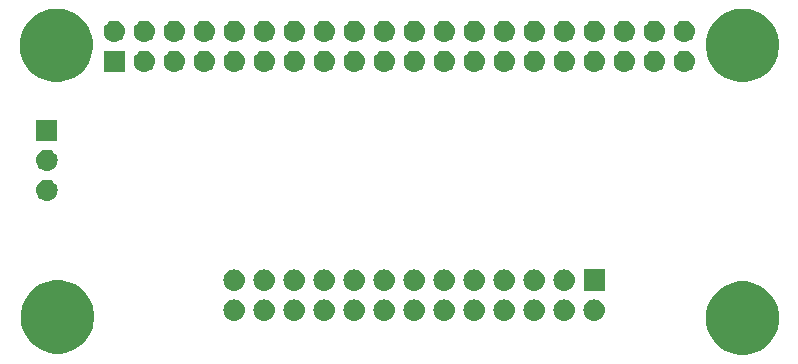
<source format=gbr>
G04 #@! TF.GenerationSoftware,KiCad,Pcbnew,(5.1.4-0-10_14)*
G04 #@! TF.CreationDate,2019-10-10T22:30:47+02:00*
G04 #@! TF.ProjectId,raspberry-to-caetla,72617370-6265-4727-9279-2d746f2d6361,1.0.8*
G04 #@! TF.SameCoordinates,Original*
G04 #@! TF.FileFunction,Soldermask,Bot*
G04 #@! TF.FilePolarity,Negative*
%FSLAX46Y46*%
G04 Gerber Fmt 4.6, Leading zero omitted, Abs format (unit mm)*
G04 Created by KiCad (PCBNEW (5.1.4-0-10_14)) date 2019-10-10 22:30:47*
%MOMM*%
%LPD*%
G04 APERTURE LIST*
%ADD10C,0.100000*%
G04 APERTURE END LIST*
D10*
G36*
X112204780Y-72559565D02*
G01*
X112504237Y-72619131D01*
X113068401Y-72852815D01*
X113576135Y-73192072D01*
X114007928Y-73623865D01*
X114347185Y-74131599D01*
X114580869Y-74695763D01*
X114591798Y-74750707D01*
X114680109Y-75194675D01*
X114700000Y-75294677D01*
X114700000Y-75905323D01*
X114580869Y-76504237D01*
X114347185Y-77068401D01*
X114007928Y-77576135D01*
X113576135Y-78007928D01*
X113068401Y-78347185D01*
X112504237Y-78580869D01*
X112204780Y-78640434D01*
X111905325Y-78700000D01*
X111294675Y-78700000D01*
X110995220Y-78640434D01*
X110695763Y-78580869D01*
X110131599Y-78347185D01*
X109623865Y-78007928D01*
X109192072Y-77576135D01*
X108852815Y-77068401D01*
X108619131Y-76504237D01*
X108500000Y-75905323D01*
X108500000Y-75294677D01*
X108519892Y-75194675D01*
X108608202Y-74750707D01*
X108619131Y-74695763D01*
X108852815Y-74131599D01*
X109192072Y-73623865D01*
X109623865Y-73192072D01*
X110131599Y-72852815D01*
X110695763Y-72619131D01*
X110995220Y-72559565D01*
X111294675Y-72500000D01*
X111905325Y-72500000D01*
X112204780Y-72559565D01*
X112204780Y-72559565D01*
G37*
G36*
X54204780Y-72459566D02*
G01*
X54504237Y-72519131D01*
X55068401Y-72752815D01*
X55576135Y-73092072D01*
X56007928Y-73523865D01*
X56347185Y-74031599D01*
X56580869Y-74595763D01*
X56611689Y-74750706D01*
X56700000Y-75194675D01*
X56700000Y-75805325D01*
X56640434Y-76104780D01*
X56580869Y-76404237D01*
X56347185Y-76968401D01*
X56007928Y-77476135D01*
X55576135Y-77907928D01*
X55068401Y-78247185D01*
X54504237Y-78480869D01*
X54204780Y-78540434D01*
X53905325Y-78600000D01*
X53294675Y-78600000D01*
X52995220Y-78540434D01*
X52695763Y-78480869D01*
X52131599Y-78247185D01*
X51623865Y-77907928D01*
X51192072Y-77476135D01*
X50852815Y-76968401D01*
X50619131Y-76404237D01*
X50559566Y-76104780D01*
X50500000Y-75805325D01*
X50500000Y-75194675D01*
X50588311Y-74750706D01*
X50619131Y-74595763D01*
X50852815Y-74031599D01*
X51192072Y-73523865D01*
X51623865Y-73092072D01*
X52131599Y-72752815D01*
X52695763Y-72519131D01*
X52995220Y-72459566D01*
X53294675Y-72400000D01*
X53905325Y-72400000D01*
X54204780Y-72459566D01*
X54204780Y-72459566D01*
G37*
G36*
X94159294Y-74028633D02*
G01*
X94331695Y-74080931D01*
X94490583Y-74165858D01*
X94629849Y-74280151D01*
X94744142Y-74419417D01*
X94829069Y-74578305D01*
X94881367Y-74750706D01*
X94899025Y-74930000D01*
X94881367Y-75109294D01*
X94829069Y-75281695D01*
X94744142Y-75440583D01*
X94629849Y-75579849D01*
X94490583Y-75694142D01*
X94331695Y-75779069D01*
X94159294Y-75831367D01*
X94024931Y-75844600D01*
X93935069Y-75844600D01*
X93800706Y-75831367D01*
X93628305Y-75779069D01*
X93469417Y-75694142D01*
X93330151Y-75579849D01*
X93215858Y-75440583D01*
X93130931Y-75281695D01*
X93078633Y-75109294D01*
X93060975Y-74930000D01*
X93078633Y-74750706D01*
X93130931Y-74578305D01*
X93215858Y-74419417D01*
X93330151Y-74280151D01*
X93469417Y-74165858D01*
X93628305Y-74080931D01*
X93800706Y-74028633D01*
X93935069Y-74015400D01*
X94024931Y-74015400D01*
X94159294Y-74028633D01*
X94159294Y-74028633D01*
G37*
G36*
X91619294Y-74028633D02*
G01*
X91791695Y-74080931D01*
X91950583Y-74165858D01*
X92089849Y-74280151D01*
X92204142Y-74419417D01*
X92289069Y-74578305D01*
X92341367Y-74750706D01*
X92359025Y-74930000D01*
X92341367Y-75109294D01*
X92289069Y-75281695D01*
X92204142Y-75440583D01*
X92089849Y-75579849D01*
X91950583Y-75694142D01*
X91791695Y-75779069D01*
X91619294Y-75831367D01*
X91484931Y-75844600D01*
X91395069Y-75844600D01*
X91260706Y-75831367D01*
X91088305Y-75779069D01*
X90929417Y-75694142D01*
X90790151Y-75579849D01*
X90675858Y-75440583D01*
X90590931Y-75281695D01*
X90538633Y-75109294D01*
X90520975Y-74930000D01*
X90538633Y-74750706D01*
X90590931Y-74578305D01*
X90675858Y-74419417D01*
X90790151Y-74280151D01*
X90929417Y-74165858D01*
X91088305Y-74080931D01*
X91260706Y-74028633D01*
X91395069Y-74015400D01*
X91484931Y-74015400D01*
X91619294Y-74028633D01*
X91619294Y-74028633D01*
G37*
G36*
X89079294Y-74028633D02*
G01*
X89251695Y-74080931D01*
X89410583Y-74165858D01*
X89549849Y-74280151D01*
X89664142Y-74419417D01*
X89749069Y-74578305D01*
X89801367Y-74750706D01*
X89819025Y-74930000D01*
X89801367Y-75109294D01*
X89749069Y-75281695D01*
X89664142Y-75440583D01*
X89549849Y-75579849D01*
X89410583Y-75694142D01*
X89251695Y-75779069D01*
X89079294Y-75831367D01*
X88944931Y-75844600D01*
X88855069Y-75844600D01*
X88720706Y-75831367D01*
X88548305Y-75779069D01*
X88389417Y-75694142D01*
X88250151Y-75579849D01*
X88135858Y-75440583D01*
X88050931Y-75281695D01*
X87998633Y-75109294D01*
X87980975Y-74930000D01*
X87998633Y-74750706D01*
X88050931Y-74578305D01*
X88135858Y-74419417D01*
X88250151Y-74280151D01*
X88389417Y-74165858D01*
X88548305Y-74080931D01*
X88720706Y-74028633D01*
X88855069Y-74015400D01*
X88944931Y-74015400D01*
X89079294Y-74028633D01*
X89079294Y-74028633D01*
G37*
G36*
X86539294Y-74028633D02*
G01*
X86711695Y-74080931D01*
X86870583Y-74165858D01*
X87009849Y-74280151D01*
X87124142Y-74419417D01*
X87209069Y-74578305D01*
X87261367Y-74750706D01*
X87279025Y-74930000D01*
X87261367Y-75109294D01*
X87209069Y-75281695D01*
X87124142Y-75440583D01*
X87009849Y-75579849D01*
X86870583Y-75694142D01*
X86711695Y-75779069D01*
X86539294Y-75831367D01*
X86404931Y-75844600D01*
X86315069Y-75844600D01*
X86180706Y-75831367D01*
X86008305Y-75779069D01*
X85849417Y-75694142D01*
X85710151Y-75579849D01*
X85595858Y-75440583D01*
X85510931Y-75281695D01*
X85458633Y-75109294D01*
X85440975Y-74930000D01*
X85458633Y-74750706D01*
X85510931Y-74578305D01*
X85595858Y-74419417D01*
X85710151Y-74280151D01*
X85849417Y-74165858D01*
X86008305Y-74080931D01*
X86180706Y-74028633D01*
X86315069Y-74015400D01*
X86404931Y-74015400D01*
X86539294Y-74028633D01*
X86539294Y-74028633D01*
G37*
G36*
X83999294Y-74028633D02*
G01*
X84171695Y-74080931D01*
X84330583Y-74165858D01*
X84469849Y-74280151D01*
X84584142Y-74419417D01*
X84669069Y-74578305D01*
X84721367Y-74750706D01*
X84739025Y-74930000D01*
X84721367Y-75109294D01*
X84669069Y-75281695D01*
X84584142Y-75440583D01*
X84469849Y-75579849D01*
X84330583Y-75694142D01*
X84171695Y-75779069D01*
X83999294Y-75831367D01*
X83864931Y-75844600D01*
X83775069Y-75844600D01*
X83640706Y-75831367D01*
X83468305Y-75779069D01*
X83309417Y-75694142D01*
X83170151Y-75579849D01*
X83055858Y-75440583D01*
X82970931Y-75281695D01*
X82918633Y-75109294D01*
X82900975Y-74930000D01*
X82918633Y-74750706D01*
X82970931Y-74578305D01*
X83055858Y-74419417D01*
X83170151Y-74280151D01*
X83309417Y-74165858D01*
X83468305Y-74080931D01*
X83640706Y-74028633D01*
X83775069Y-74015400D01*
X83864931Y-74015400D01*
X83999294Y-74028633D01*
X83999294Y-74028633D01*
G37*
G36*
X81459294Y-74028633D02*
G01*
X81631695Y-74080931D01*
X81790583Y-74165858D01*
X81929849Y-74280151D01*
X82044142Y-74419417D01*
X82129069Y-74578305D01*
X82181367Y-74750706D01*
X82199025Y-74930000D01*
X82181367Y-75109294D01*
X82129069Y-75281695D01*
X82044142Y-75440583D01*
X81929849Y-75579849D01*
X81790583Y-75694142D01*
X81631695Y-75779069D01*
X81459294Y-75831367D01*
X81324931Y-75844600D01*
X81235069Y-75844600D01*
X81100706Y-75831367D01*
X80928305Y-75779069D01*
X80769417Y-75694142D01*
X80630151Y-75579849D01*
X80515858Y-75440583D01*
X80430931Y-75281695D01*
X80378633Y-75109294D01*
X80360975Y-74930000D01*
X80378633Y-74750706D01*
X80430931Y-74578305D01*
X80515858Y-74419417D01*
X80630151Y-74280151D01*
X80769417Y-74165858D01*
X80928305Y-74080931D01*
X81100706Y-74028633D01*
X81235069Y-74015400D01*
X81324931Y-74015400D01*
X81459294Y-74028633D01*
X81459294Y-74028633D01*
G37*
G36*
X78919294Y-74028633D02*
G01*
X79091695Y-74080931D01*
X79250583Y-74165858D01*
X79389849Y-74280151D01*
X79504142Y-74419417D01*
X79589069Y-74578305D01*
X79641367Y-74750706D01*
X79659025Y-74930000D01*
X79641367Y-75109294D01*
X79589069Y-75281695D01*
X79504142Y-75440583D01*
X79389849Y-75579849D01*
X79250583Y-75694142D01*
X79091695Y-75779069D01*
X78919294Y-75831367D01*
X78784931Y-75844600D01*
X78695069Y-75844600D01*
X78560706Y-75831367D01*
X78388305Y-75779069D01*
X78229417Y-75694142D01*
X78090151Y-75579849D01*
X77975858Y-75440583D01*
X77890931Y-75281695D01*
X77838633Y-75109294D01*
X77820975Y-74930000D01*
X77838633Y-74750706D01*
X77890931Y-74578305D01*
X77975858Y-74419417D01*
X78090151Y-74280151D01*
X78229417Y-74165858D01*
X78388305Y-74080931D01*
X78560706Y-74028633D01*
X78695069Y-74015400D01*
X78784931Y-74015400D01*
X78919294Y-74028633D01*
X78919294Y-74028633D01*
G37*
G36*
X76379294Y-74028633D02*
G01*
X76551695Y-74080931D01*
X76710583Y-74165858D01*
X76849849Y-74280151D01*
X76964142Y-74419417D01*
X77049069Y-74578305D01*
X77101367Y-74750706D01*
X77119025Y-74930000D01*
X77101367Y-75109294D01*
X77049069Y-75281695D01*
X76964142Y-75440583D01*
X76849849Y-75579849D01*
X76710583Y-75694142D01*
X76551695Y-75779069D01*
X76379294Y-75831367D01*
X76244931Y-75844600D01*
X76155069Y-75844600D01*
X76020706Y-75831367D01*
X75848305Y-75779069D01*
X75689417Y-75694142D01*
X75550151Y-75579849D01*
X75435858Y-75440583D01*
X75350931Y-75281695D01*
X75298633Y-75109294D01*
X75280975Y-74930000D01*
X75298633Y-74750706D01*
X75350931Y-74578305D01*
X75435858Y-74419417D01*
X75550151Y-74280151D01*
X75689417Y-74165858D01*
X75848305Y-74080931D01*
X76020706Y-74028633D01*
X76155069Y-74015400D01*
X76244931Y-74015400D01*
X76379294Y-74028633D01*
X76379294Y-74028633D01*
G37*
G36*
X73839294Y-74028633D02*
G01*
X74011695Y-74080931D01*
X74170583Y-74165858D01*
X74309849Y-74280151D01*
X74424142Y-74419417D01*
X74509069Y-74578305D01*
X74561367Y-74750706D01*
X74579025Y-74930000D01*
X74561367Y-75109294D01*
X74509069Y-75281695D01*
X74424142Y-75440583D01*
X74309849Y-75579849D01*
X74170583Y-75694142D01*
X74011695Y-75779069D01*
X73839294Y-75831367D01*
X73704931Y-75844600D01*
X73615069Y-75844600D01*
X73480706Y-75831367D01*
X73308305Y-75779069D01*
X73149417Y-75694142D01*
X73010151Y-75579849D01*
X72895858Y-75440583D01*
X72810931Y-75281695D01*
X72758633Y-75109294D01*
X72740975Y-74930000D01*
X72758633Y-74750706D01*
X72810931Y-74578305D01*
X72895858Y-74419417D01*
X73010151Y-74280151D01*
X73149417Y-74165858D01*
X73308305Y-74080931D01*
X73480706Y-74028633D01*
X73615069Y-74015400D01*
X73704931Y-74015400D01*
X73839294Y-74028633D01*
X73839294Y-74028633D01*
G37*
G36*
X71299294Y-74028633D02*
G01*
X71471695Y-74080931D01*
X71630583Y-74165858D01*
X71769849Y-74280151D01*
X71884142Y-74419417D01*
X71969069Y-74578305D01*
X72021367Y-74750706D01*
X72039025Y-74930000D01*
X72021367Y-75109294D01*
X71969069Y-75281695D01*
X71884142Y-75440583D01*
X71769849Y-75579849D01*
X71630583Y-75694142D01*
X71471695Y-75779069D01*
X71299294Y-75831367D01*
X71164931Y-75844600D01*
X71075069Y-75844600D01*
X70940706Y-75831367D01*
X70768305Y-75779069D01*
X70609417Y-75694142D01*
X70470151Y-75579849D01*
X70355858Y-75440583D01*
X70270931Y-75281695D01*
X70218633Y-75109294D01*
X70200975Y-74930000D01*
X70218633Y-74750706D01*
X70270931Y-74578305D01*
X70355858Y-74419417D01*
X70470151Y-74280151D01*
X70609417Y-74165858D01*
X70768305Y-74080931D01*
X70940706Y-74028633D01*
X71075069Y-74015400D01*
X71164931Y-74015400D01*
X71299294Y-74028633D01*
X71299294Y-74028633D01*
G37*
G36*
X68759294Y-74028633D02*
G01*
X68931695Y-74080931D01*
X69090583Y-74165858D01*
X69229849Y-74280151D01*
X69344142Y-74419417D01*
X69429069Y-74578305D01*
X69481367Y-74750706D01*
X69499025Y-74930000D01*
X69481367Y-75109294D01*
X69429069Y-75281695D01*
X69344142Y-75440583D01*
X69229849Y-75579849D01*
X69090583Y-75694142D01*
X68931695Y-75779069D01*
X68759294Y-75831367D01*
X68624931Y-75844600D01*
X68535069Y-75844600D01*
X68400706Y-75831367D01*
X68228305Y-75779069D01*
X68069417Y-75694142D01*
X67930151Y-75579849D01*
X67815858Y-75440583D01*
X67730931Y-75281695D01*
X67678633Y-75109294D01*
X67660975Y-74930000D01*
X67678633Y-74750706D01*
X67730931Y-74578305D01*
X67815858Y-74419417D01*
X67930151Y-74280151D01*
X68069417Y-74165858D01*
X68228305Y-74080931D01*
X68400706Y-74028633D01*
X68535069Y-74015400D01*
X68624931Y-74015400D01*
X68759294Y-74028633D01*
X68759294Y-74028633D01*
G37*
G36*
X99239294Y-74028633D02*
G01*
X99411695Y-74080931D01*
X99570583Y-74165858D01*
X99709849Y-74280151D01*
X99824142Y-74419417D01*
X99909069Y-74578305D01*
X99961367Y-74750706D01*
X99979025Y-74930000D01*
X99961367Y-75109294D01*
X99909069Y-75281695D01*
X99824142Y-75440583D01*
X99709849Y-75579849D01*
X99570583Y-75694142D01*
X99411695Y-75779069D01*
X99239294Y-75831367D01*
X99104931Y-75844600D01*
X99015069Y-75844600D01*
X98880706Y-75831367D01*
X98708305Y-75779069D01*
X98549417Y-75694142D01*
X98410151Y-75579849D01*
X98295858Y-75440583D01*
X98210931Y-75281695D01*
X98158633Y-75109294D01*
X98140975Y-74930000D01*
X98158633Y-74750706D01*
X98210931Y-74578305D01*
X98295858Y-74419417D01*
X98410151Y-74280151D01*
X98549417Y-74165858D01*
X98708305Y-74080931D01*
X98880706Y-74028633D01*
X99015069Y-74015400D01*
X99104931Y-74015400D01*
X99239294Y-74028633D01*
X99239294Y-74028633D01*
G37*
G36*
X96699294Y-74028633D02*
G01*
X96871695Y-74080931D01*
X97030583Y-74165858D01*
X97169849Y-74280151D01*
X97284142Y-74419417D01*
X97369069Y-74578305D01*
X97421367Y-74750706D01*
X97439025Y-74930000D01*
X97421367Y-75109294D01*
X97369069Y-75281695D01*
X97284142Y-75440583D01*
X97169849Y-75579849D01*
X97030583Y-75694142D01*
X96871695Y-75779069D01*
X96699294Y-75831367D01*
X96564931Y-75844600D01*
X96475069Y-75844600D01*
X96340706Y-75831367D01*
X96168305Y-75779069D01*
X96009417Y-75694142D01*
X95870151Y-75579849D01*
X95755858Y-75440583D01*
X95670931Y-75281695D01*
X95618633Y-75109294D01*
X95600975Y-74930000D01*
X95618633Y-74750706D01*
X95670931Y-74578305D01*
X95755858Y-74419417D01*
X95870151Y-74280151D01*
X96009417Y-74165858D01*
X96168305Y-74080931D01*
X96340706Y-74028633D01*
X96475069Y-74015400D01*
X96564931Y-74015400D01*
X96699294Y-74028633D01*
X96699294Y-74028633D01*
G37*
G36*
X86539294Y-71488633D02*
G01*
X86711695Y-71540931D01*
X86870583Y-71625858D01*
X87009849Y-71740151D01*
X87124142Y-71879417D01*
X87209069Y-72038305D01*
X87261367Y-72210706D01*
X87279025Y-72390000D01*
X87261367Y-72569294D01*
X87209069Y-72741695D01*
X87124142Y-72900583D01*
X87009849Y-73039849D01*
X86870583Y-73154142D01*
X86711695Y-73239069D01*
X86539294Y-73291367D01*
X86404931Y-73304600D01*
X86315069Y-73304600D01*
X86180706Y-73291367D01*
X86008305Y-73239069D01*
X85849417Y-73154142D01*
X85710151Y-73039849D01*
X85595858Y-72900583D01*
X85510931Y-72741695D01*
X85458633Y-72569294D01*
X85440975Y-72390000D01*
X85458633Y-72210706D01*
X85510931Y-72038305D01*
X85595858Y-71879417D01*
X85710151Y-71740151D01*
X85849417Y-71625858D01*
X86008305Y-71540931D01*
X86180706Y-71488633D01*
X86315069Y-71475400D01*
X86404931Y-71475400D01*
X86539294Y-71488633D01*
X86539294Y-71488633D01*
G37*
G36*
X99974600Y-73304600D02*
G01*
X98145400Y-73304600D01*
X98145400Y-71475400D01*
X99974600Y-71475400D01*
X99974600Y-73304600D01*
X99974600Y-73304600D01*
G37*
G36*
X96699294Y-71488633D02*
G01*
X96871695Y-71540931D01*
X97030583Y-71625858D01*
X97169849Y-71740151D01*
X97284142Y-71879417D01*
X97369069Y-72038305D01*
X97421367Y-72210706D01*
X97439025Y-72390000D01*
X97421367Y-72569294D01*
X97369069Y-72741695D01*
X97284142Y-72900583D01*
X97169849Y-73039849D01*
X97030583Y-73154142D01*
X96871695Y-73239069D01*
X96699294Y-73291367D01*
X96564931Y-73304600D01*
X96475069Y-73304600D01*
X96340706Y-73291367D01*
X96168305Y-73239069D01*
X96009417Y-73154142D01*
X95870151Y-73039849D01*
X95755858Y-72900583D01*
X95670931Y-72741695D01*
X95618633Y-72569294D01*
X95600975Y-72390000D01*
X95618633Y-72210706D01*
X95670931Y-72038305D01*
X95755858Y-71879417D01*
X95870151Y-71740151D01*
X96009417Y-71625858D01*
X96168305Y-71540931D01*
X96340706Y-71488633D01*
X96475069Y-71475400D01*
X96564931Y-71475400D01*
X96699294Y-71488633D01*
X96699294Y-71488633D01*
G37*
G36*
X94159294Y-71488633D02*
G01*
X94331695Y-71540931D01*
X94490583Y-71625858D01*
X94629849Y-71740151D01*
X94744142Y-71879417D01*
X94829069Y-72038305D01*
X94881367Y-72210706D01*
X94899025Y-72390000D01*
X94881367Y-72569294D01*
X94829069Y-72741695D01*
X94744142Y-72900583D01*
X94629849Y-73039849D01*
X94490583Y-73154142D01*
X94331695Y-73239069D01*
X94159294Y-73291367D01*
X94024931Y-73304600D01*
X93935069Y-73304600D01*
X93800706Y-73291367D01*
X93628305Y-73239069D01*
X93469417Y-73154142D01*
X93330151Y-73039849D01*
X93215858Y-72900583D01*
X93130931Y-72741695D01*
X93078633Y-72569294D01*
X93060975Y-72390000D01*
X93078633Y-72210706D01*
X93130931Y-72038305D01*
X93215858Y-71879417D01*
X93330151Y-71740151D01*
X93469417Y-71625858D01*
X93628305Y-71540931D01*
X93800706Y-71488633D01*
X93935069Y-71475400D01*
X94024931Y-71475400D01*
X94159294Y-71488633D01*
X94159294Y-71488633D01*
G37*
G36*
X91619294Y-71488633D02*
G01*
X91791695Y-71540931D01*
X91950583Y-71625858D01*
X92089849Y-71740151D01*
X92204142Y-71879417D01*
X92289069Y-72038305D01*
X92341367Y-72210706D01*
X92359025Y-72390000D01*
X92341367Y-72569294D01*
X92289069Y-72741695D01*
X92204142Y-72900583D01*
X92089849Y-73039849D01*
X91950583Y-73154142D01*
X91791695Y-73239069D01*
X91619294Y-73291367D01*
X91484931Y-73304600D01*
X91395069Y-73304600D01*
X91260706Y-73291367D01*
X91088305Y-73239069D01*
X90929417Y-73154142D01*
X90790151Y-73039849D01*
X90675858Y-72900583D01*
X90590931Y-72741695D01*
X90538633Y-72569294D01*
X90520975Y-72390000D01*
X90538633Y-72210706D01*
X90590931Y-72038305D01*
X90675858Y-71879417D01*
X90790151Y-71740151D01*
X90929417Y-71625858D01*
X91088305Y-71540931D01*
X91260706Y-71488633D01*
X91395069Y-71475400D01*
X91484931Y-71475400D01*
X91619294Y-71488633D01*
X91619294Y-71488633D01*
G37*
G36*
X89079294Y-71488633D02*
G01*
X89251695Y-71540931D01*
X89410583Y-71625858D01*
X89549849Y-71740151D01*
X89664142Y-71879417D01*
X89749069Y-72038305D01*
X89801367Y-72210706D01*
X89819025Y-72390000D01*
X89801367Y-72569294D01*
X89749069Y-72741695D01*
X89664142Y-72900583D01*
X89549849Y-73039849D01*
X89410583Y-73154142D01*
X89251695Y-73239069D01*
X89079294Y-73291367D01*
X88944931Y-73304600D01*
X88855069Y-73304600D01*
X88720706Y-73291367D01*
X88548305Y-73239069D01*
X88389417Y-73154142D01*
X88250151Y-73039849D01*
X88135858Y-72900583D01*
X88050931Y-72741695D01*
X87998633Y-72569294D01*
X87980975Y-72390000D01*
X87998633Y-72210706D01*
X88050931Y-72038305D01*
X88135858Y-71879417D01*
X88250151Y-71740151D01*
X88389417Y-71625858D01*
X88548305Y-71540931D01*
X88720706Y-71488633D01*
X88855069Y-71475400D01*
X88944931Y-71475400D01*
X89079294Y-71488633D01*
X89079294Y-71488633D01*
G37*
G36*
X83999294Y-71488633D02*
G01*
X84171695Y-71540931D01*
X84330583Y-71625858D01*
X84469849Y-71740151D01*
X84584142Y-71879417D01*
X84669069Y-72038305D01*
X84721367Y-72210706D01*
X84739025Y-72390000D01*
X84721367Y-72569294D01*
X84669069Y-72741695D01*
X84584142Y-72900583D01*
X84469849Y-73039849D01*
X84330583Y-73154142D01*
X84171695Y-73239069D01*
X83999294Y-73291367D01*
X83864931Y-73304600D01*
X83775069Y-73304600D01*
X83640706Y-73291367D01*
X83468305Y-73239069D01*
X83309417Y-73154142D01*
X83170151Y-73039849D01*
X83055858Y-72900583D01*
X82970931Y-72741695D01*
X82918633Y-72569294D01*
X82900975Y-72390000D01*
X82918633Y-72210706D01*
X82970931Y-72038305D01*
X83055858Y-71879417D01*
X83170151Y-71740151D01*
X83309417Y-71625858D01*
X83468305Y-71540931D01*
X83640706Y-71488633D01*
X83775069Y-71475400D01*
X83864931Y-71475400D01*
X83999294Y-71488633D01*
X83999294Y-71488633D01*
G37*
G36*
X81459294Y-71488633D02*
G01*
X81631695Y-71540931D01*
X81790583Y-71625858D01*
X81929849Y-71740151D01*
X82044142Y-71879417D01*
X82129069Y-72038305D01*
X82181367Y-72210706D01*
X82199025Y-72390000D01*
X82181367Y-72569294D01*
X82129069Y-72741695D01*
X82044142Y-72900583D01*
X81929849Y-73039849D01*
X81790583Y-73154142D01*
X81631695Y-73239069D01*
X81459294Y-73291367D01*
X81324931Y-73304600D01*
X81235069Y-73304600D01*
X81100706Y-73291367D01*
X80928305Y-73239069D01*
X80769417Y-73154142D01*
X80630151Y-73039849D01*
X80515858Y-72900583D01*
X80430931Y-72741695D01*
X80378633Y-72569294D01*
X80360975Y-72390000D01*
X80378633Y-72210706D01*
X80430931Y-72038305D01*
X80515858Y-71879417D01*
X80630151Y-71740151D01*
X80769417Y-71625858D01*
X80928305Y-71540931D01*
X81100706Y-71488633D01*
X81235069Y-71475400D01*
X81324931Y-71475400D01*
X81459294Y-71488633D01*
X81459294Y-71488633D01*
G37*
G36*
X78919294Y-71488633D02*
G01*
X79091695Y-71540931D01*
X79250583Y-71625858D01*
X79389849Y-71740151D01*
X79504142Y-71879417D01*
X79589069Y-72038305D01*
X79641367Y-72210706D01*
X79659025Y-72390000D01*
X79641367Y-72569294D01*
X79589069Y-72741695D01*
X79504142Y-72900583D01*
X79389849Y-73039849D01*
X79250583Y-73154142D01*
X79091695Y-73239069D01*
X78919294Y-73291367D01*
X78784931Y-73304600D01*
X78695069Y-73304600D01*
X78560706Y-73291367D01*
X78388305Y-73239069D01*
X78229417Y-73154142D01*
X78090151Y-73039849D01*
X77975858Y-72900583D01*
X77890931Y-72741695D01*
X77838633Y-72569294D01*
X77820975Y-72390000D01*
X77838633Y-72210706D01*
X77890931Y-72038305D01*
X77975858Y-71879417D01*
X78090151Y-71740151D01*
X78229417Y-71625858D01*
X78388305Y-71540931D01*
X78560706Y-71488633D01*
X78695069Y-71475400D01*
X78784931Y-71475400D01*
X78919294Y-71488633D01*
X78919294Y-71488633D01*
G37*
G36*
X76379294Y-71488633D02*
G01*
X76551695Y-71540931D01*
X76710583Y-71625858D01*
X76849849Y-71740151D01*
X76964142Y-71879417D01*
X77049069Y-72038305D01*
X77101367Y-72210706D01*
X77119025Y-72390000D01*
X77101367Y-72569294D01*
X77049069Y-72741695D01*
X76964142Y-72900583D01*
X76849849Y-73039849D01*
X76710583Y-73154142D01*
X76551695Y-73239069D01*
X76379294Y-73291367D01*
X76244931Y-73304600D01*
X76155069Y-73304600D01*
X76020706Y-73291367D01*
X75848305Y-73239069D01*
X75689417Y-73154142D01*
X75550151Y-73039849D01*
X75435858Y-72900583D01*
X75350931Y-72741695D01*
X75298633Y-72569294D01*
X75280975Y-72390000D01*
X75298633Y-72210706D01*
X75350931Y-72038305D01*
X75435858Y-71879417D01*
X75550151Y-71740151D01*
X75689417Y-71625858D01*
X75848305Y-71540931D01*
X76020706Y-71488633D01*
X76155069Y-71475400D01*
X76244931Y-71475400D01*
X76379294Y-71488633D01*
X76379294Y-71488633D01*
G37*
G36*
X73839294Y-71488633D02*
G01*
X74011695Y-71540931D01*
X74170583Y-71625858D01*
X74309849Y-71740151D01*
X74424142Y-71879417D01*
X74509069Y-72038305D01*
X74561367Y-72210706D01*
X74579025Y-72390000D01*
X74561367Y-72569294D01*
X74509069Y-72741695D01*
X74424142Y-72900583D01*
X74309849Y-73039849D01*
X74170583Y-73154142D01*
X74011695Y-73239069D01*
X73839294Y-73291367D01*
X73704931Y-73304600D01*
X73615069Y-73304600D01*
X73480706Y-73291367D01*
X73308305Y-73239069D01*
X73149417Y-73154142D01*
X73010151Y-73039849D01*
X72895858Y-72900583D01*
X72810931Y-72741695D01*
X72758633Y-72569294D01*
X72740975Y-72390000D01*
X72758633Y-72210706D01*
X72810931Y-72038305D01*
X72895858Y-71879417D01*
X73010151Y-71740151D01*
X73149417Y-71625858D01*
X73308305Y-71540931D01*
X73480706Y-71488633D01*
X73615069Y-71475400D01*
X73704931Y-71475400D01*
X73839294Y-71488633D01*
X73839294Y-71488633D01*
G37*
G36*
X71299294Y-71488633D02*
G01*
X71471695Y-71540931D01*
X71630583Y-71625858D01*
X71769849Y-71740151D01*
X71884142Y-71879417D01*
X71969069Y-72038305D01*
X72021367Y-72210706D01*
X72039025Y-72390000D01*
X72021367Y-72569294D01*
X71969069Y-72741695D01*
X71884142Y-72900583D01*
X71769849Y-73039849D01*
X71630583Y-73154142D01*
X71471695Y-73239069D01*
X71299294Y-73291367D01*
X71164931Y-73304600D01*
X71075069Y-73304600D01*
X70940706Y-73291367D01*
X70768305Y-73239069D01*
X70609417Y-73154142D01*
X70470151Y-73039849D01*
X70355858Y-72900583D01*
X70270931Y-72741695D01*
X70218633Y-72569294D01*
X70200975Y-72390000D01*
X70218633Y-72210706D01*
X70270931Y-72038305D01*
X70355858Y-71879417D01*
X70470151Y-71740151D01*
X70609417Y-71625858D01*
X70768305Y-71540931D01*
X70940706Y-71488633D01*
X71075069Y-71475400D01*
X71164931Y-71475400D01*
X71299294Y-71488633D01*
X71299294Y-71488633D01*
G37*
G36*
X68759294Y-71488633D02*
G01*
X68931695Y-71540931D01*
X69090583Y-71625858D01*
X69229849Y-71740151D01*
X69344142Y-71879417D01*
X69429069Y-72038305D01*
X69481367Y-72210706D01*
X69499025Y-72390000D01*
X69481367Y-72569294D01*
X69429069Y-72741695D01*
X69344142Y-72900583D01*
X69229849Y-73039849D01*
X69090583Y-73154142D01*
X68931695Y-73239069D01*
X68759294Y-73291367D01*
X68624931Y-73304600D01*
X68535069Y-73304600D01*
X68400706Y-73291367D01*
X68228305Y-73239069D01*
X68069417Y-73154142D01*
X67930151Y-73039849D01*
X67815858Y-72900583D01*
X67730931Y-72741695D01*
X67678633Y-72569294D01*
X67660975Y-72390000D01*
X67678633Y-72210706D01*
X67730931Y-72038305D01*
X67815858Y-71879417D01*
X67930151Y-71740151D01*
X68069417Y-71625858D01*
X68228305Y-71540931D01*
X68400706Y-71488633D01*
X68535069Y-71475400D01*
X68624931Y-71475400D01*
X68759294Y-71488633D01*
X68759294Y-71488633D01*
G37*
G36*
X52815442Y-63875518D02*
G01*
X52881627Y-63882037D01*
X53051466Y-63933557D01*
X53207991Y-64017222D01*
X53243729Y-64046552D01*
X53345186Y-64129814D01*
X53428448Y-64231271D01*
X53457778Y-64267009D01*
X53541443Y-64423534D01*
X53592963Y-64593373D01*
X53610359Y-64770000D01*
X53592963Y-64946627D01*
X53541443Y-65116466D01*
X53457778Y-65272991D01*
X53428448Y-65308729D01*
X53345186Y-65410186D01*
X53243729Y-65493448D01*
X53207991Y-65522778D01*
X53051466Y-65606443D01*
X52881627Y-65657963D01*
X52815442Y-65664482D01*
X52749260Y-65671000D01*
X52660740Y-65671000D01*
X52594558Y-65664482D01*
X52528373Y-65657963D01*
X52358534Y-65606443D01*
X52202009Y-65522778D01*
X52166271Y-65493448D01*
X52064814Y-65410186D01*
X51981552Y-65308729D01*
X51952222Y-65272991D01*
X51868557Y-65116466D01*
X51817037Y-64946627D01*
X51799641Y-64770000D01*
X51817037Y-64593373D01*
X51868557Y-64423534D01*
X51952222Y-64267009D01*
X51981552Y-64231271D01*
X52064814Y-64129814D01*
X52166271Y-64046552D01*
X52202009Y-64017222D01*
X52358534Y-63933557D01*
X52528373Y-63882037D01*
X52594558Y-63875518D01*
X52660740Y-63869000D01*
X52749260Y-63869000D01*
X52815442Y-63875518D01*
X52815442Y-63875518D01*
G37*
G36*
X52815443Y-61335519D02*
G01*
X52881627Y-61342037D01*
X53051466Y-61393557D01*
X53207991Y-61477222D01*
X53243729Y-61506552D01*
X53345186Y-61589814D01*
X53428448Y-61691271D01*
X53457778Y-61727009D01*
X53541443Y-61883534D01*
X53592963Y-62053373D01*
X53610359Y-62230000D01*
X53592963Y-62406627D01*
X53541443Y-62576466D01*
X53457778Y-62732991D01*
X53428448Y-62768729D01*
X53345186Y-62870186D01*
X53243729Y-62953448D01*
X53207991Y-62982778D01*
X53051466Y-63066443D01*
X52881627Y-63117963D01*
X52815443Y-63124481D01*
X52749260Y-63131000D01*
X52660740Y-63131000D01*
X52594557Y-63124481D01*
X52528373Y-63117963D01*
X52358534Y-63066443D01*
X52202009Y-62982778D01*
X52166271Y-62953448D01*
X52064814Y-62870186D01*
X51981552Y-62768729D01*
X51952222Y-62732991D01*
X51868557Y-62576466D01*
X51817037Y-62406627D01*
X51799641Y-62230000D01*
X51817037Y-62053373D01*
X51868557Y-61883534D01*
X51952222Y-61727009D01*
X51981552Y-61691271D01*
X52064814Y-61589814D01*
X52166271Y-61506552D01*
X52202009Y-61477222D01*
X52358534Y-61393557D01*
X52528373Y-61342037D01*
X52594557Y-61335519D01*
X52660740Y-61329000D01*
X52749260Y-61329000D01*
X52815443Y-61335519D01*
X52815443Y-61335519D01*
G37*
G36*
X53606000Y-60591000D02*
G01*
X51804000Y-60591000D01*
X51804000Y-58789000D01*
X53606000Y-58789000D01*
X53606000Y-60591000D01*
X53606000Y-60591000D01*
G37*
G36*
X112204780Y-49459566D02*
G01*
X112504237Y-49519131D01*
X113068401Y-49752815D01*
X113576135Y-50092072D01*
X114007928Y-50523865D01*
X114347185Y-51031599D01*
X114580869Y-51595763D01*
X114592546Y-51654468D01*
X114700000Y-52194675D01*
X114700000Y-52805325D01*
X114642336Y-53095221D01*
X114580869Y-53404237D01*
X114347185Y-53968401D01*
X114007928Y-54476135D01*
X113576135Y-54907928D01*
X113068401Y-55247185D01*
X112504237Y-55480869D01*
X112204780Y-55540434D01*
X111905325Y-55600000D01*
X111294675Y-55600000D01*
X110995220Y-55540434D01*
X110695763Y-55480869D01*
X110131599Y-55247185D01*
X109623865Y-54907928D01*
X109192072Y-54476135D01*
X108852815Y-53968401D01*
X108619131Y-53404237D01*
X108557664Y-53095221D01*
X108500000Y-52805325D01*
X108500000Y-52194675D01*
X108607454Y-51654468D01*
X108619131Y-51595763D01*
X108852815Y-51031599D01*
X109192072Y-50523865D01*
X109623865Y-50092072D01*
X110131599Y-49752815D01*
X110695763Y-49519131D01*
X110995220Y-49459566D01*
X111294675Y-49400000D01*
X111905325Y-49400000D01*
X112204780Y-49459566D01*
X112204780Y-49459566D01*
G37*
G36*
X54104780Y-49459566D02*
G01*
X54404237Y-49519131D01*
X54968401Y-49752815D01*
X55476135Y-50092072D01*
X55907928Y-50523865D01*
X56247185Y-51031599D01*
X56480869Y-51595763D01*
X56492546Y-51654468D01*
X56600000Y-52194675D01*
X56600000Y-52805325D01*
X56542336Y-53095221D01*
X56480869Y-53404237D01*
X56247185Y-53968401D01*
X55907928Y-54476135D01*
X55476135Y-54907928D01*
X54968401Y-55247185D01*
X54404237Y-55480869D01*
X54104780Y-55540434D01*
X53805325Y-55600000D01*
X53194675Y-55600000D01*
X52895220Y-55540434D01*
X52595763Y-55480869D01*
X52031599Y-55247185D01*
X51523865Y-54907928D01*
X51092072Y-54476135D01*
X50752815Y-53968401D01*
X50519131Y-53404237D01*
X50457664Y-53095221D01*
X50400000Y-52805325D01*
X50400000Y-52194675D01*
X50507454Y-51654468D01*
X50519131Y-51595763D01*
X50752815Y-51031599D01*
X51092072Y-50523865D01*
X51523865Y-50092072D01*
X52031599Y-49752815D01*
X52595763Y-49519131D01*
X52895220Y-49459566D01*
X53194675Y-49400000D01*
X53805325Y-49400000D01*
X54104780Y-49459566D01*
X54104780Y-49459566D01*
G37*
G36*
X106790443Y-52953519D02*
G01*
X106856627Y-52960037D01*
X107026466Y-53011557D01*
X107182991Y-53095222D01*
X107218729Y-53124552D01*
X107320186Y-53207814D01*
X107403448Y-53309271D01*
X107432778Y-53345009D01*
X107516443Y-53501534D01*
X107567963Y-53671373D01*
X107585359Y-53848000D01*
X107567963Y-54024627D01*
X107516443Y-54194466D01*
X107432778Y-54350991D01*
X107403448Y-54386729D01*
X107320186Y-54488186D01*
X107218729Y-54571448D01*
X107182991Y-54600778D01*
X107026466Y-54684443D01*
X106856627Y-54735963D01*
X106790442Y-54742482D01*
X106724260Y-54749000D01*
X106635740Y-54749000D01*
X106569558Y-54742482D01*
X106503373Y-54735963D01*
X106333534Y-54684443D01*
X106177009Y-54600778D01*
X106141271Y-54571448D01*
X106039814Y-54488186D01*
X105956552Y-54386729D01*
X105927222Y-54350991D01*
X105843557Y-54194466D01*
X105792037Y-54024627D01*
X105774641Y-53848000D01*
X105792037Y-53671373D01*
X105843557Y-53501534D01*
X105927222Y-53345009D01*
X105956552Y-53309271D01*
X106039814Y-53207814D01*
X106141271Y-53124552D01*
X106177009Y-53095222D01*
X106333534Y-53011557D01*
X106503373Y-52960037D01*
X106569557Y-52953519D01*
X106635740Y-52947000D01*
X106724260Y-52947000D01*
X106790443Y-52953519D01*
X106790443Y-52953519D01*
G37*
G36*
X104250443Y-52953519D02*
G01*
X104316627Y-52960037D01*
X104486466Y-53011557D01*
X104642991Y-53095222D01*
X104678729Y-53124552D01*
X104780186Y-53207814D01*
X104863448Y-53309271D01*
X104892778Y-53345009D01*
X104976443Y-53501534D01*
X105027963Y-53671373D01*
X105045359Y-53848000D01*
X105027963Y-54024627D01*
X104976443Y-54194466D01*
X104892778Y-54350991D01*
X104863448Y-54386729D01*
X104780186Y-54488186D01*
X104678729Y-54571448D01*
X104642991Y-54600778D01*
X104486466Y-54684443D01*
X104316627Y-54735963D01*
X104250442Y-54742482D01*
X104184260Y-54749000D01*
X104095740Y-54749000D01*
X104029558Y-54742482D01*
X103963373Y-54735963D01*
X103793534Y-54684443D01*
X103637009Y-54600778D01*
X103601271Y-54571448D01*
X103499814Y-54488186D01*
X103416552Y-54386729D01*
X103387222Y-54350991D01*
X103303557Y-54194466D01*
X103252037Y-54024627D01*
X103234641Y-53848000D01*
X103252037Y-53671373D01*
X103303557Y-53501534D01*
X103387222Y-53345009D01*
X103416552Y-53309271D01*
X103499814Y-53207814D01*
X103601271Y-53124552D01*
X103637009Y-53095222D01*
X103793534Y-53011557D01*
X103963373Y-52960037D01*
X104029557Y-52953519D01*
X104095740Y-52947000D01*
X104184260Y-52947000D01*
X104250443Y-52953519D01*
X104250443Y-52953519D01*
G37*
G36*
X59321000Y-54749000D02*
G01*
X57519000Y-54749000D01*
X57519000Y-52947000D01*
X59321000Y-52947000D01*
X59321000Y-54749000D01*
X59321000Y-54749000D01*
G37*
G36*
X61070443Y-52953519D02*
G01*
X61136627Y-52960037D01*
X61306466Y-53011557D01*
X61462991Y-53095222D01*
X61498729Y-53124552D01*
X61600186Y-53207814D01*
X61683448Y-53309271D01*
X61712778Y-53345009D01*
X61796443Y-53501534D01*
X61847963Y-53671373D01*
X61865359Y-53848000D01*
X61847963Y-54024627D01*
X61796443Y-54194466D01*
X61712778Y-54350991D01*
X61683448Y-54386729D01*
X61600186Y-54488186D01*
X61498729Y-54571448D01*
X61462991Y-54600778D01*
X61306466Y-54684443D01*
X61136627Y-54735963D01*
X61070442Y-54742482D01*
X61004260Y-54749000D01*
X60915740Y-54749000D01*
X60849558Y-54742482D01*
X60783373Y-54735963D01*
X60613534Y-54684443D01*
X60457009Y-54600778D01*
X60421271Y-54571448D01*
X60319814Y-54488186D01*
X60236552Y-54386729D01*
X60207222Y-54350991D01*
X60123557Y-54194466D01*
X60072037Y-54024627D01*
X60054641Y-53848000D01*
X60072037Y-53671373D01*
X60123557Y-53501534D01*
X60207222Y-53345009D01*
X60236552Y-53309271D01*
X60319814Y-53207814D01*
X60421271Y-53124552D01*
X60457009Y-53095222D01*
X60613534Y-53011557D01*
X60783373Y-52960037D01*
X60849557Y-52953519D01*
X60915740Y-52947000D01*
X61004260Y-52947000D01*
X61070443Y-52953519D01*
X61070443Y-52953519D01*
G37*
G36*
X63610443Y-52953519D02*
G01*
X63676627Y-52960037D01*
X63846466Y-53011557D01*
X64002991Y-53095222D01*
X64038729Y-53124552D01*
X64140186Y-53207814D01*
X64223448Y-53309271D01*
X64252778Y-53345009D01*
X64336443Y-53501534D01*
X64387963Y-53671373D01*
X64405359Y-53848000D01*
X64387963Y-54024627D01*
X64336443Y-54194466D01*
X64252778Y-54350991D01*
X64223448Y-54386729D01*
X64140186Y-54488186D01*
X64038729Y-54571448D01*
X64002991Y-54600778D01*
X63846466Y-54684443D01*
X63676627Y-54735963D01*
X63610442Y-54742482D01*
X63544260Y-54749000D01*
X63455740Y-54749000D01*
X63389558Y-54742482D01*
X63323373Y-54735963D01*
X63153534Y-54684443D01*
X62997009Y-54600778D01*
X62961271Y-54571448D01*
X62859814Y-54488186D01*
X62776552Y-54386729D01*
X62747222Y-54350991D01*
X62663557Y-54194466D01*
X62612037Y-54024627D01*
X62594641Y-53848000D01*
X62612037Y-53671373D01*
X62663557Y-53501534D01*
X62747222Y-53345009D01*
X62776552Y-53309271D01*
X62859814Y-53207814D01*
X62961271Y-53124552D01*
X62997009Y-53095222D01*
X63153534Y-53011557D01*
X63323373Y-52960037D01*
X63389557Y-52953519D01*
X63455740Y-52947000D01*
X63544260Y-52947000D01*
X63610443Y-52953519D01*
X63610443Y-52953519D01*
G37*
G36*
X66150443Y-52953519D02*
G01*
X66216627Y-52960037D01*
X66386466Y-53011557D01*
X66542991Y-53095222D01*
X66578729Y-53124552D01*
X66680186Y-53207814D01*
X66763448Y-53309271D01*
X66792778Y-53345009D01*
X66876443Y-53501534D01*
X66927963Y-53671373D01*
X66945359Y-53848000D01*
X66927963Y-54024627D01*
X66876443Y-54194466D01*
X66792778Y-54350991D01*
X66763448Y-54386729D01*
X66680186Y-54488186D01*
X66578729Y-54571448D01*
X66542991Y-54600778D01*
X66386466Y-54684443D01*
X66216627Y-54735963D01*
X66150442Y-54742482D01*
X66084260Y-54749000D01*
X65995740Y-54749000D01*
X65929558Y-54742482D01*
X65863373Y-54735963D01*
X65693534Y-54684443D01*
X65537009Y-54600778D01*
X65501271Y-54571448D01*
X65399814Y-54488186D01*
X65316552Y-54386729D01*
X65287222Y-54350991D01*
X65203557Y-54194466D01*
X65152037Y-54024627D01*
X65134641Y-53848000D01*
X65152037Y-53671373D01*
X65203557Y-53501534D01*
X65287222Y-53345009D01*
X65316552Y-53309271D01*
X65399814Y-53207814D01*
X65501271Y-53124552D01*
X65537009Y-53095222D01*
X65693534Y-53011557D01*
X65863373Y-52960037D01*
X65929557Y-52953519D01*
X65995740Y-52947000D01*
X66084260Y-52947000D01*
X66150443Y-52953519D01*
X66150443Y-52953519D01*
G37*
G36*
X68690443Y-52953519D02*
G01*
X68756627Y-52960037D01*
X68926466Y-53011557D01*
X69082991Y-53095222D01*
X69118729Y-53124552D01*
X69220186Y-53207814D01*
X69303448Y-53309271D01*
X69332778Y-53345009D01*
X69416443Y-53501534D01*
X69467963Y-53671373D01*
X69485359Y-53848000D01*
X69467963Y-54024627D01*
X69416443Y-54194466D01*
X69332778Y-54350991D01*
X69303448Y-54386729D01*
X69220186Y-54488186D01*
X69118729Y-54571448D01*
X69082991Y-54600778D01*
X68926466Y-54684443D01*
X68756627Y-54735963D01*
X68690442Y-54742482D01*
X68624260Y-54749000D01*
X68535740Y-54749000D01*
X68469558Y-54742482D01*
X68403373Y-54735963D01*
X68233534Y-54684443D01*
X68077009Y-54600778D01*
X68041271Y-54571448D01*
X67939814Y-54488186D01*
X67856552Y-54386729D01*
X67827222Y-54350991D01*
X67743557Y-54194466D01*
X67692037Y-54024627D01*
X67674641Y-53848000D01*
X67692037Y-53671373D01*
X67743557Y-53501534D01*
X67827222Y-53345009D01*
X67856552Y-53309271D01*
X67939814Y-53207814D01*
X68041271Y-53124552D01*
X68077009Y-53095222D01*
X68233534Y-53011557D01*
X68403373Y-52960037D01*
X68469557Y-52953519D01*
X68535740Y-52947000D01*
X68624260Y-52947000D01*
X68690443Y-52953519D01*
X68690443Y-52953519D01*
G37*
G36*
X71230443Y-52953519D02*
G01*
X71296627Y-52960037D01*
X71466466Y-53011557D01*
X71622991Y-53095222D01*
X71658729Y-53124552D01*
X71760186Y-53207814D01*
X71843448Y-53309271D01*
X71872778Y-53345009D01*
X71956443Y-53501534D01*
X72007963Y-53671373D01*
X72025359Y-53848000D01*
X72007963Y-54024627D01*
X71956443Y-54194466D01*
X71872778Y-54350991D01*
X71843448Y-54386729D01*
X71760186Y-54488186D01*
X71658729Y-54571448D01*
X71622991Y-54600778D01*
X71466466Y-54684443D01*
X71296627Y-54735963D01*
X71230442Y-54742482D01*
X71164260Y-54749000D01*
X71075740Y-54749000D01*
X71009558Y-54742482D01*
X70943373Y-54735963D01*
X70773534Y-54684443D01*
X70617009Y-54600778D01*
X70581271Y-54571448D01*
X70479814Y-54488186D01*
X70396552Y-54386729D01*
X70367222Y-54350991D01*
X70283557Y-54194466D01*
X70232037Y-54024627D01*
X70214641Y-53848000D01*
X70232037Y-53671373D01*
X70283557Y-53501534D01*
X70367222Y-53345009D01*
X70396552Y-53309271D01*
X70479814Y-53207814D01*
X70581271Y-53124552D01*
X70617009Y-53095222D01*
X70773534Y-53011557D01*
X70943373Y-52960037D01*
X71009557Y-52953519D01*
X71075740Y-52947000D01*
X71164260Y-52947000D01*
X71230443Y-52953519D01*
X71230443Y-52953519D01*
G37*
G36*
X73770443Y-52953519D02*
G01*
X73836627Y-52960037D01*
X74006466Y-53011557D01*
X74162991Y-53095222D01*
X74198729Y-53124552D01*
X74300186Y-53207814D01*
X74383448Y-53309271D01*
X74412778Y-53345009D01*
X74496443Y-53501534D01*
X74547963Y-53671373D01*
X74565359Y-53848000D01*
X74547963Y-54024627D01*
X74496443Y-54194466D01*
X74412778Y-54350991D01*
X74383448Y-54386729D01*
X74300186Y-54488186D01*
X74198729Y-54571448D01*
X74162991Y-54600778D01*
X74006466Y-54684443D01*
X73836627Y-54735963D01*
X73770442Y-54742482D01*
X73704260Y-54749000D01*
X73615740Y-54749000D01*
X73549558Y-54742482D01*
X73483373Y-54735963D01*
X73313534Y-54684443D01*
X73157009Y-54600778D01*
X73121271Y-54571448D01*
X73019814Y-54488186D01*
X72936552Y-54386729D01*
X72907222Y-54350991D01*
X72823557Y-54194466D01*
X72772037Y-54024627D01*
X72754641Y-53848000D01*
X72772037Y-53671373D01*
X72823557Y-53501534D01*
X72907222Y-53345009D01*
X72936552Y-53309271D01*
X73019814Y-53207814D01*
X73121271Y-53124552D01*
X73157009Y-53095222D01*
X73313534Y-53011557D01*
X73483373Y-52960037D01*
X73549557Y-52953519D01*
X73615740Y-52947000D01*
X73704260Y-52947000D01*
X73770443Y-52953519D01*
X73770443Y-52953519D01*
G37*
G36*
X76310443Y-52953519D02*
G01*
X76376627Y-52960037D01*
X76546466Y-53011557D01*
X76702991Y-53095222D01*
X76738729Y-53124552D01*
X76840186Y-53207814D01*
X76923448Y-53309271D01*
X76952778Y-53345009D01*
X77036443Y-53501534D01*
X77087963Y-53671373D01*
X77105359Y-53848000D01*
X77087963Y-54024627D01*
X77036443Y-54194466D01*
X76952778Y-54350991D01*
X76923448Y-54386729D01*
X76840186Y-54488186D01*
X76738729Y-54571448D01*
X76702991Y-54600778D01*
X76546466Y-54684443D01*
X76376627Y-54735963D01*
X76310442Y-54742482D01*
X76244260Y-54749000D01*
X76155740Y-54749000D01*
X76089558Y-54742482D01*
X76023373Y-54735963D01*
X75853534Y-54684443D01*
X75697009Y-54600778D01*
X75661271Y-54571448D01*
X75559814Y-54488186D01*
X75476552Y-54386729D01*
X75447222Y-54350991D01*
X75363557Y-54194466D01*
X75312037Y-54024627D01*
X75294641Y-53848000D01*
X75312037Y-53671373D01*
X75363557Y-53501534D01*
X75447222Y-53345009D01*
X75476552Y-53309271D01*
X75559814Y-53207814D01*
X75661271Y-53124552D01*
X75697009Y-53095222D01*
X75853534Y-53011557D01*
X76023373Y-52960037D01*
X76089557Y-52953519D01*
X76155740Y-52947000D01*
X76244260Y-52947000D01*
X76310443Y-52953519D01*
X76310443Y-52953519D01*
G37*
G36*
X78850443Y-52953519D02*
G01*
X78916627Y-52960037D01*
X79086466Y-53011557D01*
X79242991Y-53095222D01*
X79278729Y-53124552D01*
X79380186Y-53207814D01*
X79463448Y-53309271D01*
X79492778Y-53345009D01*
X79576443Y-53501534D01*
X79627963Y-53671373D01*
X79645359Y-53848000D01*
X79627963Y-54024627D01*
X79576443Y-54194466D01*
X79492778Y-54350991D01*
X79463448Y-54386729D01*
X79380186Y-54488186D01*
X79278729Y-54571448D01*
X79242991Y-54600778D01*
X79086466Y-54684443D01*
X78916627Y-54735963D01*
X78850442Y-54742482D01*
X78784260Y-54749000D01*
X78695740Y-54749000D01*
X78629558Y-54742482D01*
X78563373Y-54735963D01*
X78393534Y-54684443D01*
X78237009Y-54600778D01*
X78201271Y-54571448D01*
X78099814Y-54488186D01*
X78016552Y-54386729D01*
X77987222Y-54350991D01*
X77903557Y-54194466D01*
X77852037Y-54024627D01*
X77834641Y-53848000D01*
X77852037Y-53671373D01*
X77903557Y-53501534D01*
X77987222Y-53345009D01*
X78016552Y-53309271D01*
X78099814Y-53207814D01*
X78201271Y-53124552D01*
X78237009Y-53095222D01*
X78393534Y-53011557D01*
X78563373Y-52960037D01*
X78629557Y-52953519D01*
X78695740Y-52947000D01*
X78784260Y-52947000D01*
X78850443Y-52953519D01*
X78850443Y-52953519D01*
G37*
G36*
X81390443Y-52953519D02*
G01*
X81456627Y-52960037D01*
X81626466Y-53011557D01*
X81782991Y-53095222D01*
X81818729Y-53124552D01*
X81920186Y-53207814D01*
X82003448Y-53309271D01*
X82032778Y-53345009D01*
X82116443Y-53501534D01*
X82167963Y-53671373D01*
X82185359Y-53848000D01*
X82167963Y-54024627D01*
X82116443Y-54194466D01*
X82032778Y-54350991D01*
X82003448Y-54386729D01*
X81920186Y-54488186D01*
X81818729Y-54571448D01*
X81782991Y-54600778D01*
X81626466Y-54684443D01*
X81456627Y-54735963D01*
X81390442Y-54742482D01*
X81324260Y-54749000D01*
X81235740Y-54749000D01*
X81169558Y-54742482D01*
X81103373Y-54735963D01*
X80933534Y-54684443D01*
X80777009Y-54600778D01*
X80741271Y-54571448D01*
X80639814Y-54488186D01*
X80556552Y-54386729D01*
X80527222Y-54350991D01*
X80443557Y-54194466D01*
X80392037Y-54024627D01*
X80374641Y-53848000D01*
X80392037Y-53671373D01*
X80443557Y-53501534D01*
X80527222Y-53345009D01*
X80556552Y-53309271D01*
X80639814Y-53207814D01*
X80741271Y-53124552D01*
X80777009Y-53095222D01*
X80933534Y-53011557D01*
X81103373Y-52960037D01*
X81169557Y-52953519D01*
X81235740Y-52947000D01*
X81324260Y-52947000D01*
X81390443Y-52953519D01*
X81390443Y-52953519D01*
G37*
G36*
X83930443Y-52953519D02*
G01*
X83996627Y-52960037D01*
X84166466Y-53011557D01*
X84322991Y-53095222D01*
X84358729Y-53124552D01*
X84460186Y-53207814D01*
X84543448Y-53309271D01*
X84572778Y-53345009D01*
X84656443Y-53501534D01*
X84707963Y-53671373D01*
X84725359Y-53848000D01*
X84707963Y-54024627D01*
X84656443Y-54194466D01*
X84572778Y-54350991D01*
X84543448Y-54386729D01*
X84460186Y-54488186D01*
X84358729Y-54571448D01*
X84322991Y-54600778D01*
X84166466Y-54684443D01*
X83996627Y-54735963D01*
X83930442Y-54742482D01*
X83864260Y-54749000D01*
X83775740Y-54749000D01*
X83709558Y-54742482D01*
X83643373Y-54735963D01*
X83473534Y-54684443D01*
X83317009Y-54600778D01*
X83281271Y-54571448D01*
X83179814Y-54488186D01*
X83096552Y-54386729D01*
X83067222Y-54350991D01*
X82983557Y-54194466D01*
X82932037Y-54024627D01*
X82914641Y-53848000D01*
X82932037Y-53671373D01*
X82983557Y-53501534D01*
X83067222Y-53345009D01*
X83096552Y-53309271D01*
X83179814Y-53207814D01*
X83281271Y-53124552D01*
X83317009Y-53095222D01*
X83473534Y-53011557D01*
X83643373Y-52960037D01*
X83709557Y-52953519D01*
X83775740Y-52947000D01*
X83864260Y-52947000D01*
X83930443Y-52953519D01*
X83930443Y-52953519D01*
G37*
G36*
X86470443Y-52953519D02*
G01*
X86536627Y-52960037D01*
X86706466Y-53011557D01*
X86862991Y-53095222D01*
X86898729Y-53124552D01*
X87000186Y-53207814D01*
X87083448Y-53309271D01*
X87112778Y-53345009D01*
X87196443Y-53501534D01*
X87247963Y-53671373D01*
X87265359Y-53848000D01*
X87247963Y-54024627D01*
X87196443Y-54194466D01*
X87112778Y-54350991D01*
X87083448Y-54386729D01*
X87000186Y-54488186D01*
X86898729Y-54571448D01*
X86862991Y-54600778D01*
X86706466Y-54684443D01*
X86536627Y-54735963D01*
X86470442Y-54742482D01*
X86404260Y-54749000D01*
X86315740Y-54749000D01*
X86249558Y-54742482D01*
X86183373Y-54735963D01*
X86013534Y-54684443D01*
X85857009Y-54600778D01*
X85821271Y-54571448D01*
X85719814Y-54488186D01*
X85636552Y-54386729D01*
X85607222Y-54350991D01*
X85523557Y-54194466D01*
X85472037Y-54024627D01*
X85454641Y-53848000D01*
X85472037Y-53671373D01*
X85523557Y-53501534D01*
X85607222Y-53345009D01*
X85636552Y-53309271D01*
X85719814Y-53207814D01*
X85821271Y-53124552D01*
X85857009Y-53095222D01*
X86013534Y-53011557D01*
X86183373Y-52960037D01*
X86249557Y-52953519D01*
X86315740Y-52947000D01*
X86404260Y-52947000D01*
X86470443Y-52953519D01*
X86470443Y-52953519D01*
G37*
G36*
X89010443Y-52953519D02*
G01*
X89076627Y-52960037D01*
X89246466Y-53011557D01*
X89402991Y-53095222D01*
X89438729Y-53124552D01*
X89540186Y-53207814D01*
X89623448Y-53309271D01*
X89652778Y-53345009D01*
X89736443Y-53501534D01*
X89787963Y-53671373D01*
X89805359Y-53848000D01*
X89787963Y-54024627D01*
X89736443Y-54194466D01*
X89652778Y-54350991D01*
X89623448Y-54386729D01*
X89540186Y-54488186D01*
X89438729Y-54571448D01*
X89402991Y-54600778D01*
X89246466Y-54684443D01*
X89076627Y-54735963D01*
X89010442Y-54742482D01*
X88944260Y-54749000D01*
X88855740Y-54749000D01*
X88789558Y-54742482D01*
X88723373Y-54735963D01*
X88553534Y-54684443D01*
X88397009Y-54600778D01*
X88361271Y-54571448D01*
X88259814Y-54488186D01*
X88176552Y-54386729D01*
X88147222Y-54350991D01*
X88063557Y-54194466D01*
X88012037Y-54024627D01*
X87994641Y-53848000D01*
X88012037Y-53671373D01*
X88063557Y-53501534D01*
X88147222Y-53345009D01*
X88176552Y-53309271D01*
X88259814Y-53207814D01*
X88361271Y-53124552D01*
X88397009Y-53095222D01*
X88553534Y-53011557D01*
X88723373Y-52960037D01*
X88789557Y-52953519D01*
X88855740Y-52947000D01*
X88944260Y-52947000D01*
X89010443Y-52953519D01*
X89010443Y-52953519D01*
G37*
G36*
X91550443Y-52953519D02*
G01*
X91616627Y-52960037D01*
X91786466Y-53011557D01*
X91942991Y-53095222D01*
X91978729Y-53124552D01*
X92080186Y-53207814D01*
X92163448Y-53309271D01*
X92192778Y-53345009D01*
X92276443Y-53501534D01*
X92327963Y-53671373D01*
X92345359Y-53848000D01*
X92327963Y-54024627D01*
X92276443Y-54194466D01*
X92192778Y-54350991D01*
X92163448Y-54386729D01*
X92080186Y-54488186D01*
X91978729Y-54571448D01*
X91942991Y-54600778D01*
X91786466Y-54684443D01*
X91616627Y-54735963D01*
X91550442Y-54742482D01*
X91484260Y-54749000D01*
X91395740Y-54749000D01*
X91329558Y-54742482D01*
X91263373Y-54735963D01*
X91093534Y-54684443D01*
X90937009Y-54600778D01*
X90901271Y-54571448D01*
X90799814Y-54488186D01*
X90716552Y-54386729D01*
X90687222Y-54350991D01*
X90603557Y-54194466D01*
X90552037Y-54024627D01*
X90534641Y-53848000D01*
X90552037Y-53671373D01*
X90603557Y-53501534D01*
X90687222Y-53345009D01*
X90716552Y-53309271D01*
X90799814Y-53207814D01*
X90901271Y-53124552D01*
X90937009Y-53095222D01*
X91093534Y-53011557D01*
X91263373Y-52960037D01*
X91329557Y-52953519D01*
X91395740Y-52947000D01*
X91484260Y-52947000D01*
X91550443Y-52953519D01*
X91550443Y-52953519D01*
G37*
G36*
X94090443Y-52953519D02*
G01*
X94156627Y-52960037D01*
X94326466Y-53011557D01*
X94482991Y-53095222D01*
X94518729Y-53124552D01*
X94620186Y-53207814D01*
X94703448Y-53309271D01*
X94732778Y-53345009D01*
X94816443Y-53501534D01*
X94867963Y-53671373D01*
X94885359Y-53848000D01*
X94867963Y-54024627D01*
X94816443Y-54194466D01*
X94732778Y-54350991D01*
X94703448Y-54386729D01*
X94620186Y-54488186D01*
X94518729Y-54571448D01*
X94482991Y-54600778D01*
X94326466Y-54684443D01*
X94156627Y-54735963D01*
X94090442Y-54742482D01*
X94024260Y-54749000D01*
X93935740Y-54749000D01*
X93869558Y-54742482D01*
X93803373Y-54735963D01*
X93633534Y-54684443D01*
X93477009Y-54600778D01*
X93441271Y-54571448D01*
X93339814Y-54488186D01*
X93256552Y-54386729D01*
X93227222Y-54350991D01*
X93143557Y-54194466D01*
X93092037Y-54024627D01*
X93074641Y-53848000D01*
X93092037Y-53671373D01*
X93143557Y-53501534D01*
X93227222Y-53345009D01*
X93256552Y-53309271D01*
X93339814Y-53207814D01*
X93441271Y-53124552D01*
X93477009Y-53095222D01*
X93633534Y-53011557D01*
X93803373Y-52960037D01*
X93869557Y-52953519D01*
X93935740Y-52947000D01*
X94024260Y-52947000D01*
X94090443Y-52953519D01*
X94090443Y-52953519D01*
G37*
G36*
X96630443Y-52953519D02*
G01*
X96696627Y-52960037D01*
X96866466Y-53011557D01*
X97022991Y-53095222D01*
X97058729Y-53124552D01*
X97160186Y-53207814D01*
X97243448Y-53309271D01*
X97272778Y-53345009D01*
X97356443Y-53501534D01*
X97407963Y-53671373D01*
X97425359Y-53848000D01*
X97407963Y-54024627D01*
X97356443Y-54194466D01*
X97272778Y-54350991D01*
X97243448Y-54386729D01*
X97160186Y-54488186D01*
X97058729Y-54571448D01*
X97022991Y-54600778D01*
X96866466Y-54684443D01*
X96696627Y-54735963D01*
X96630442Y-54742482D01*
X96564260Y-54749000D01*
X96475740Y-54749000D01*
X96409558Y-54742482D01*
X96343373Y-54735963D01*
X96173534Y-54684443D01*
X96017009Y-54600778D01*
X95981271Y-54571448D01*
X95879814Y-54488186D01*
X95796552Y-54386729D01*
X95767222Y-54350991D01*
X95683557Y-54194466D01*
X95632037Y-54024627D01*
X95614641Y-53848000D01*
X95632037Y-53671373D01*
X95683557Y-53501534D01*
X95767222Y-53345009D01*
X95796552Y-53309271D01*
X95879814Y-53207814D01*
X95981271Y-53124552D01*
X96017009Y-53095222D01*
X96173534Y-53011557D01*
X96343373Y-52960037D01*
X96409557Y-52953519D01*
X96475740Y-52947000D01*
X96564260Y-52947000D01*
X96630443Y-52953519D01*
X96630443Y-52953519D01*
G37*
G36*
X99170443Y-52953519D02*
G01*
X99236627Y-52960037D01*
X99406466Y-53011557D01*
X99562991Y-53095222D01*
X99598729Y-53124552D01*
X99700186Y-53207814D01*
X99783448Y-53309271D01*
X99812778Y-53345009D01*
X99896443Y-53501534D01*
X99947963Y-53671373D01*
X99965359Y-53848000D01*
X99947963Y-54024627D01*
X99896443Y-54194466D01*
X99812778Y-54350991D01*
X99783448Y-54386729D01*
X99700186Y-54488186D01*
X99598729Y-54571448D01*
X99562991Y-54600778D01*
X99406466Y-54684443D01*
X99236627Y-54735963D01*
X99170442Y-54742482D01*
X99104260Y-54749000D01*
X99015740Y-54749000D01*
X98949558Y-54742482D01*
X98883373Y-54735963D01*
X98713534Y-54684443D01*
X98557009Y-54600778D01*
X98521271Y-54571448D01*
X98419814Y-54488186D01*
X98336552Y-54386729D01*
X98307222Y-54350991D01*
X98223557Y-54194466D01*
X98172037Y-54024627D01*
X98154641Y-53848000D01*
X98172037Y-53671373D01*
X98223557Y-53501534D01*
X98307222Y-53345009D01*
X98336552Y-53309271D01*
X98419814Y-53207814D01*
X98521271Y-53124552D01*
X98557009Y-53095222D01*
X98713534Y-53011557D01*
X98883373Y-52960037D01*
X98949557Y-52953519D01*
X99015740Y-52947000D01*
X99104260Y-52947000D01*
X99170443Y-52953519D01*
X99170443Y-52953519D01*
G37*
G36*
X101710443Y-52953519D02*
G01*
X101776627Y-52960037D01*
X101946466Y-53011557D01*
X102102991Y-53095222D01*
X102138729Y-53124552D01*
X102240186Y-53207814D01*
X102323448Y-53309271D01*
X102352778Y-53345009D01*
X102436443Y-53501534D01*
X102487963Y-53671373D01*
X102505359Y-53848000D01*
X102487963Y-54024627D01*
X102436443Y-54194466D01*
X102352778Y-54350991D01*
X102323448Y-54386729D01*
X102240186Y-54488186D01*
X102138729Y-54571448D01*
X102102991Y-54600778D01*
X101946466Y-54684443D01*
X101776627Y-54735963D01*
X101710442Y-54742482D01*
X101644260Y-54749000D01*
X101555740Y-54749000D01*
X101489558Y-54742482D01*
X101423373Y-54735963D01*
X101253534Y-54684443D01*
X101097009Y-54600778D01*
X101061271Y-54571448D01*
X100959814Y-54488186D01*
X100876552Y-54386729D01*
X100847222Y-54350991D01*
X100763557Y-54194466D01*
X100712037Y-54024627D01*
X100694641Y-53848000D01*
X100712037Y-53671373D01*
X100763557Y-53501534D01*
X100847222Y-53345009D01*
X100876552Y-53309271D01*
X100959814Y-53207814D01*
X101061271Y-53124552D01*
X101097009Y-53095222D01*
X101253534Y-53011557D01*
X101423373Y-52960037D01*
X101489557Y-52953519D01*
X101555740Y-52947000D01*
X101644260Y-52947000D01*
X101710443Y-52953519D01*
X101710443Y-52953519D01*
G37*
G36*
X99170443Y-50413519D02*
G01*
X99236627Y-50420037D01*
X99406466Y-50471557D01*
X99562991Y-50555222D01*
X99598729Y-50584552D01*
X99700186Y-50667814D01*
X99783448Y-50769271D01*
X99812778Y-50805009D01*
X99896443Y-50961534D01*
X99947963Y-51131373D01*
X99965359Y-51308000D01*
X99947963Y-51484627D01*
X99896443Y-51654466D01*
X99812778Y-51810991D01*
X99783448Y-51846729D01*
X99700186Y-51948186D01*
X99598729Y-52031448D01*
X99562991Y-52060778D01*
X99406466Y-52144443D01*
X99236627Y-52195963D01*
X99170443Y-52202481D01*
X99104260Y-52209000D01*
X99015740Y-52209000D01*
X98949557Y-52202481D01*
X98883373Y-52195963D01*
X98713534Y-52144443D01*
X98557009Y-52060778D01*
X98521271Y-52031448D01*
X98419814Y-51948186D01*
X98336552Y-51846729D01*
X98307222Y-51810991D01*
X98223557Y-51654466D01*
X98172037Y-51484627D01*
X98154641Y-51308000D01*
X98172037Y-51131373D01*
X98223557Y-50961534D01*
X98307222Y-50805009D01*
X98336552Y-50769271D01*
X98419814Y-50667814D01*
X98521271Y-50584552D01*
X98557009Y-50555222D01*
X98713534Y-50471557D01*
X98883373Y-50420037D01*
X98949558Y-50413518D01*
X99015740Y-50407000D01*
X99104260Y-50407000D01*
X99170443Y-50413519D01*
X99170443Y-50413519D01*
G37*
G36*
X96630443Y-50413519D02*
G01*
X96696627Y-50420037D01*
X96866466Y-50471557D01*
X97022991Y-50555222D01*
X97058729Y-50584552D01*
X97160186Y-50667814D01*
X97243448Y-50769271D01*
X97272778Y-50805009D01*
X97356443Y-50961534D01*
X97407963Y-51131373D01*
X97425359Y-51308000D01*
X97407963Y-51484627D01*
X97356443Y-51654466D01*
X97272778Y-51810991D01*
X97243448Y-51846729D01*
X97160186Y-51948186D01*
X97058729Y-52031448D01*
X97022991Y-52060778D01*
X96866466Y-52144443D01*
X96696627Y-52195963D01*
X96630443Y-52202481D01*
X96564260Y-52209000D01*
X96475740Y-52209000D01*
X96409557Y-52202481D01*
X96343373Y-52195963D01*
X96173534Y-52144443D01*
X96017009Y-52060778D01*
X95981271Y-52031448D01*
X95879814Y-51948186D01*
X95796552Y-51846729D01*
X95767222Y-51810991D01*
X95683557Y-51654466D01*
X95632037Y-51484627D01*
X95614641Y-51308000D01*
X95632037Y-51131373D01*
X95683557Y-50961534D01*
X95767222Y-50805009D01*
X95796552Y-50769271D01*
X95879814Y-50667814D01*
X95981271Y-50584552D01*
X96017009Y-50555222D01*
X96173534Y-50471557D01*
X96343373Y-50420037D01*
X96409558Y-50413518D01*
X96475740Y-50407000D01*
X96564260Y-50407000D01*
X96630443Y-50413519D01*
X96630443Y-50413519D01*
G37*
G36*
X86470443Y-50413519D02*
G01*
X86536627Y-50420037D01*
X86706466Y-50471557D01*
X86862991Y-50555222D01*
X86898729Y-50584552D01*
X87000186Y-50667814D01*
X87083448Y-50769271D01*
X87112778Y-50805009D01*
X87196443Y-50961534D01*
X87247963Y-51131373D01*
X87265359Y-51308000D01*
X87247963Y-51484627D01*
X87196443Y-51654466D01*
X87112778Y-51810991D01*
X87083448Y-51846729D01*
X87000186Y-51948186D01*
X86898729Y-52031448D01*
X86862991Y-52060778D01*
X86706466Y-52144443D01*
X86536627Y-52195963D01*
X86470443Y-52202481D01*
X86404260Y-52209000D01*
X86315740Y-52209000D01*
X86249557Y-52202481D01*
X86183373Y-52195963D01*
X86013534Y-52144443D01*
X85857009Y-52060778D01*
X85821271Y-52031448D01*
X85719814Y-51948186D01*
X85636552Y-51846729D01*
X85607222Y-51810991D01*
X85523557Y-51654466D01*
X85472037Y-51484627D01*
X85454641Y-51308000D01*
X85472037Y-51131373D01*
X85523557Y-50961534D01*
X85607222Y-50805009D01*
X85636552Y-50769271D01*
X85719814Y-50667814D01*
X85821271Y-50584552D01*
X85857009Y-50555222D01*
X86013534Y-50471557D01*
X86183373Y-50420037D01*
X86249558Y-50413518D01*
X86315740Y-50407000D01*
X86404260Y-50407000D01*
X86470443Y-50413519D01*
X86470443Y-50413519D01*
G37*
G36*
X94090443Y-50413519D02*
G01*
X94156627Y-50420037D01*
X94326466Y-50471557D01*
X94482991Y-50555222D01*
X94518729Y-50584552D01*
X94620186Y-50667814D01*
X94703448Y-50769271D01*
X94732778Y-50805009D01*
X94816443Y-50961534D01*
X94867963Y-51131373D01*
X94885359Y-51308000D01*
X94867963Y-51484627D01*
X94816443Y-51654466D01*
X94732778Y-51810991D01*
X94703448Y-51846729D01*
X94620186Y-51948186D01*
X94518729Y-52031448D01*
X94482991Y-52060778D01*
X94326466Y-52144443D01*
X94156627Y-52195963D01*
X94090443Y-52202481D01*
X94024260Y-52209000D01*
X93935740Y-52209000D01*
X93869557Y-52202481D01*
X93803373Y-52195963D01*
X93633534Y-52144443D01*
X93477009Y-52060778D01*
X93441271Y-52031448D01*
X93339814Y-51948186D01*
X93256552Y-51846729D01*
X93227222Y-51810991D01*
X93143557Y-51654466D01*
X93092037Y-51484627D01*
X93074641Y-51308000D01*
X93092037Y-51131373D01*
X93143557Y-50961534D01*
X93227222Y-50805009D01*
X93256552Y-50769271D01*
X93339814Y-50667814D01*
X93441271Y-50584552D01*
X93477009Y-50555222D01*
X93633534Y-50471557D01*
X93803373Y-50420037D01*
X93869558Y-50413518D01*
X93935740Y-50407000D01*
X94024260Y-50407000D01*
X94090443Y-50413519D01*
X94090443Y-50413519D01*
G37*
G36*
X104250443Y-50413519D02*
G01*
X104316627Y-50420037D01*
X104486466Y-50471557D01*
X104642991Y-50555222D01*
X104678729Y-50584552D01*
X104780186Y-50667814D01*
X104863448Y-50769271D01*
X104892778Y-50805009D01*
X104976443Y-50961534D01*
X105027963Y-51131373D01*
X105045359Y-51308000D01*
X105027963Y-51484627D01*
X104976443Y-51654466D01*
X104892778Y-51810991D01*
X104863448Y-51846729D01*
X104780186Y-51948186D01*
X104678729Y-52031448D01*
X104642991Y-52060778D01*
X104486466Y-52144443D01*
X104316627Y-52195963D01*
X104250443Y-52202481D01*
X104184260Y-52209000D01*
X104095740Y-52209000D01*
X104029557Y-52202481D01*
X103963373Y-52195963D01*
X103793534Y-52144443D01*
X103637009Y-52060778D01*
X103601271Y-52031448D01*
X103499814Y-51948186D01*
X103416552Y-51846729D01*
X103387222Y-51810991D01*
X103303557Y-51654466D01*
X103252037Y-51484627D01*
X103234641Y-51308000D01*
X103252037Y-51131373D01*
X103303557Y-50961534D01*
X103387222Y-50805009D01*
X103416552Y-50769271D01*
X103499814Y-50667814D01*
X103601271Y-50584552D01*
X103637009Y-50555222D01*
X103793534Y-50471557D01*
X103963373Y-50420037D01*
X104029558Y-50413518D01*
X104095740Y-50407000D01*
X104184260Y-50407000D01*
X104250443Y-50413519D01*
X104250443Y-50413519D01*
G37*
G36*
X91550443Y-50413519D02*
G01*
X91616627Y-50420037D01*
X91786466Y-50471557D01*
X91942991Y-50555222D01*
X91978729Y-50584552D01*
X92080186Y-50667814D01*
X92163448Y-50769271D01*
X92192778Y-50805009D01*
X92276443Y-50961534D01*
X92327963Y-51131373D01*
X92345359Y-51308000D01*
X92327963Y-51484627D01*
X92276443Y-51654466D01*
X92192778Y-51810991D01*
X92163448Y-51846729D01*
X92080186Y-51948186D01*
X91978729Y-52031448D01*
X91942991Y-52060778D01*
X91786466Y-52144443D01*
X91616627Y-52195963D01*
X91550443Y-52202481D01*
X91484260Y-52209000D01*
X91395740Y-52209000D01*
X91329557Y-52202481D01*
X91263373Y-52195963D01*
X91093534Y-52144443D01*
X90937009Y-52060778D01*
X90901271Y-52031448D01*
X90799814Y-51948186D01*
X90716552Y-51846729D01*
X90687222Y-51810991D01*
X90603557Y-51654466D01*
X90552037Y-51484627D01*
X90534641Y-51308000D01*
X90552037Y-51131373D01*
X90603557Y-50961534D01*
X90687222Y-50805009D01*
X90716552Y-50769271D01*
X90799814Y-50667814D01*
X90901271Y-50584552D01*
X90937009Y-50555222D01*
X91093534Y-50471557D01*
X91263373Y-50420037D01*
X91329558Y-50413518D01*
X91395740Y-50407000D01*
X91484260Y-50407000D01*
X91550443Y-50413519D01*
X91550443Y-50413519D01*
G37*
G36*
X106790443Y-50413519D02*
G01*
X106856627Y-50420037D01*
X107026466Y-50471557D01*
X107182991Y-50555222D01*
X107218729Y-50584552D01*
X107320186Y-50667814D01*
X107403448Y-50769271D01*
X107432778Y-50805009D01*
X107516443Y-50961534D01*
X107567963Y-51131373D01*
X107585359Y-51308000D01*
X107567963Y-51484627D01*
X107516443Y-51654466D01*
X107432778Y-51810991D01*
X107403448Y-51846729D01*
X107320186Y-51948186D01*
X107218729Y-52031448D01*
X107182991Y-52060778D01*
X107026466Y-52144443D01*
X106856627Y-52195963D01*
X106790443Y-52202481D01*
X106724260Y-52209000D01*
X106635740Y-52209000D01*
X106569557Y-52202481D01*
X106503373Y-52195963D01*
X106333534Y-52144443D01*
X106177009Y-52060778D01*
X106141271Y-52031448D01*
X106039814Y-51948186D01*
X105956552Y-51846729D01*
X105927222Y-51810991D01*
X105843557Y-51654466D01*
X105792037Y-51484627D01*
X105774641Y-51308000D01*
X105792037Y-51131373D01*
X105843557Y-50961534D01*
X105927222Y-50805009D01*
X105956552Y-50769271D01*
X106039814Y-50667814D01*
X106141271Y-50584552D01*
X106177009Y-50555222D01*
X106333534Y-50471557D01*
X106503373Y-50420037D01*
X106569558Y-50413518D01*
X106635740Y-50407000D01*
X106724260Y-50407000D01*
X106790443Y-50413519D01*
X106790443Y-50413519D01*
G37*
G36*
X89010443Y-50413519D02*
G01*
X89076627Y-50420037D01*
X89246466Y-50471557D01*
X89402991Y-50555222D01*
X89438729Y-50584552D01*
X89540186Y-50667814D01*
X89623448Y-50769271D01*
X89652778Y-50805009D01*
X89736443Y-50961534D01*
X89787963Y-51131373D01*
X89805359Y-51308000D01*
X89787963Y-51484627D01*
X89736443Y-51654466D01*
X89652778Y-51810991D01*
X89623448Y-51846729D01*
X89540186Y-51948186D01*
X89438729Y-52031448D01*
X89402991Y-52060778D01*
X89246466Y-52144443D01*
X89076627Y-52195963D01*
X89010443Y-52202481D01*
X88944260Y-52209000D01*
X88855740Y-52209000D01*
X88789557Y-52202481D01*
X88723373Y-52195963D01*
X88553534Y-52144443D01*
X88397009Y-52060778D01*
X88361271Y-52031448D01*
X88259814Y-51948186D01*
X88176552Y-51846729D01*
X88147222Y-51810991D01*
X88063557Y-51654466D01*
X88012037Y-51484627D01*
X87994641Y-51308000D01*
X88012037Y-51131373D01*
X88063557Y-50961534D01*
X88147222Y-50805009D01*
X88176552Y-50769271D01*
X88259814Y-50667814D01*
X88361271Y-50584552D01*
X88397009Y-50555222D01*
X88553534Y-50471557D01*
X88723373Y-50420037D01*
X88789558Y-50413518D01*
X88855740Y-50407000D01*
X88944260Y-50407000D01*
X89010443Y-50413519D01*
X89010443Y-50413519D01*
G37*
G36*
X83930443Y-50413519D02*
G01*
X83996627Y-50420037D01*
X84166466Y-50471557D01*
X84322991Y-50555222D01*
X84358729Y-50584552D01*
X84460186Y-50667814D01*
X84543448Y-50769271D01*
X84572778Y-50805009D01*
X84656443Y-50961534D01*
X84707963Y-51131373D01*
X84725359Y-51308000D01*
X84707963Y-51484627D01*
X84656443Y-51654466D01*
X84572778Y-51810991D01*
X84543448Y-51846729D01*
X84460186Y-51948186D01*
X84358729Y-52031448D01*
X84322991Y-52060778D01*
X84166466Y-52144443D01*
X83996627Y-52195963D01*
X83930443Y-52202481D01*
X83864260Y-52209000D01*
X83775740Y-52209000D01*
X83709557Y-52202481D01*
X83643373Y-52195963D01*
X83473534Y-52144443D01*
X83317009Y-52060778D01*
X83281271Y-52031448D01*
X83179814Y-51948186D01*
X83096552Y-51846729D01*
X83067222Y-51810991D01*
X82983557Y-51654466D01*
X82932037Y-51484627D01*
X82914641Y-51308000D01*
X82932037Y-51131373D01*
X82983557Y-50961534D01*
X83067222Y-50805009D01*
X83096552Y-50769271D01*
X83179814Y-50667814D01*
X83281271Y-50584552D01*
X83317009Y-50555222D01*
X83473534Y-50471557D01*
X83643373Y-50420037D01*
X83709558Y-50413518D01*
X83775740Y-50407000D01*
X83864260Y-50407000D01*
X83930443Y-50413519D01*
X83930443Y-50413519D01*
G37*
G36*
X81390443Y-50413519D02*
G01*
X81456627Y-50420037D01*
X81626466Y-50471557D01*
X81782991Y-50555222D01*
X81818729Y-50584552D01*
X81920186Y-50667814D01*
X82003448Y-50769271D01*
X82032778Y-50805009D01*
X82116443Y-50961534D01*
X82167963Y-51131373D01*
X82185359Y-51308000D01*
X82167963Y-51484627D01*
X82116443Y-51654466D01*
X82032778Y-51810991D01*
X82003448Y-51846729D01*
X81920186Y-51948186D01*
X81818729Y-52031448D01*
X81782991Y-52060778D01*
X81626466Y-52144443D01*
X81456627Y-52195963D01*
X81390443Y-52202481D01*
X81324260Y-52209000D01*
X81235740Y-52209000D01*
X81169557Y-52202481D01*
X81103373Y-52195963D01*
X80933534Y-52144443D01*
X80777009Y-52060778D01*
X80741271Y-52031448D01*
X80639814Y-51948186D01*
X80556552Y-51846729D01*
X80527222Y-51810991D01*
X80443557Y-51654466D01*
X80392037Y-51484627D01*
X80374641Y-51308000D01*
X80392037Y-51131373D01*
X80443557Y-50961534D01*
X80527222Y-50805009D01*
X80556552Y-50769271D01*
X80639814Y-50667814D01*
X80741271Y-50584552D01*
X80777009Y-50555222D01*
X80933534Y-50471557D01*
X81103373Y-50420037D01*
X81169558Y-50413518D01*
X81235740Y-50407000D01*
X81324260Y-50407000D01*
X81390443Y-50413519D01*
X81390443Y-50413519D01*
G37*
G36*
X101710443Y-50413519D02*
G01*
X101776627Y-50420037D01*
X101946466Y-50471557D01*
X102102991Y-50555222D01*
X102138729Y-50584552D01*
X102240186Y-50667814D01*
X102323448Y-50769271D01*
X102352778Y-50805009D01*
X102436443Y-50961534D01*
X102487963Y-51131373D01*
X102505359Y-51308000D01*
X102487963Y-51484627D01*
X102436443Y-51654466D01*
X102352778Y-51810991D01*
X102323448Y-51846729D01*
X102240186Y-51948186D01*
X102138729Y-52031448D01*
X102102991Y-52060778D01*
X101946466Y-52144443D01*
X101776627Y-52195963D01*
X101710443Y-52202481D01*
X101644260Y-52209000D01*
X101555740Y-52209000D01*
X101489557Y-52202481D01*
X101423373Y-52195963D01*
X101253534Y-52144443D01*
X101097009Y-52060778D01*
X101061271Y-52031448D01*
X100959814Y-51948186D01*
X100876552Y-51846729D01*
X100847222Y-51810991D01*
X100763557Y-51654466D01*
X100712037Y-51484627D01*
X100694641Y-51308000D01*
X100712037Y-51131373D01*
X100763557Y-50961534D01*
X100847222Y-50805009D01*
X100876552Y-50769271D01*
X100959814Y-50667814D01*
X101061271Y-50584552D01*
X101097009Y-50555222D01*
X101253534Y-50471557D01*
X101423373Y-50420037D01*
X101489558Y-50413518D01*
X101555740Y-50407000D01*
X101644260Y-50407000D01*
X101710443Y-50413519D01*
X101710443Y-50413519D01*
G37*
G36*
X78850443Y-50413519D02*
G01*
X78916627Y-50420037D01*
X79086466Y-50471557D01*
X79242991Y-50555222D01*
X79278729Y-50584552D01*
X79380186Y-50667814D01*
X79463448Y-50769271D01*
X79492778Y-50805009D01*
X79576443Y-50961534D01*
X79627963Y-51131373D01*
X79645359Y-51308000D01*
X79627963Y-51484627D01*
X79576443Y-51654466D01*
X79492778Y-51810991D01*
X79463448Y-51846729D01*
X79380186Y-51948186D01*
X79278729Y-52031448D01*
X79242991Y-52060778D01*
X79086466Y-52144443D01*
X78916627Y-52195963D01*
X78850443Y-52202481D01*
X78784260Y-52209000D01*
X78695740Y-52209000D01*
X78629557Y-52202481D01*
X78563373Y-52195963D01*
X78393534Y-52144443D01*
X78237009Y-52060778D01*
X78201271Y-52031448D01*
X78099814Y-51948186D01*
X78016552Y-51846729D01*
X77987222Y-51810991D01*
X77903557Y-51654466D01*
X77852037Y-51484627D01*
X77834641Y-51308000D01*
X77852037Y-51131373D01*
X77903557Y-50961534D01*
X77987222Y-50805009D01*
X78016552Y-50769271D01*
X78099814Y-50667814D01*
X78201271Y-50584552D01*
X78237009Y-50555222D01*
X78393534Y-50471557D01*
X78563373Y-50420037D01*
X78629558Y-50413518D01*
X78695740Y-50407000D01*
X78784260Y-50407000D01*
X78850443Y-50413519D01*
X78850443Y-50413519D01*
G37*
G36*
X76310443Y-50413519D02*
G01*
X76376627Y-50420037D01*
X76546466Y-50471557D01*
X76702991Y-50555222D01*
X76738729Y-50584552D01*
X76840186Y-50667814D01*
X76923448Y-50769271D01*
X76952778Y-50805009D01*
X77036443Y-50961534D01*
X77087963Y-51131373D01*
X77105359Y-51308000D01*
X77087963Y-51484627D01*
X77036443Y-51654466D01*
X76952778Y-51810991D01*
X76923448Y-51846729D01*
X76840186Y-51948186D01*
X76738729Y-52031448D01*
X76702991Y-52060778D01*
X76546466Y-52144443D01*
X76376627Y-52195963D01*
X76310443Y-52202481D01*
X76244260Y-52209000D01*
X76155740Y-52209000D01*
X76089557Y-52202481D01*
X76023373Y-52195963D01*
X75853534Y-52144443D01*
X75697009Y-52060778D01*
X75661271Y-52031448D01*
X75559814Y-51948186D01*
X75476552Y-51846729D01*
X75447222Y-51810991D01*
X75363557Y-51654466D01*
X75312037Y-51484627D01*
X75294641Y-51308000D01*
X75312037Y-51131373D01*
X75363557Y-50961534D01*
X75447222Y-50805009D01*
X75476552Y-50769271D01*
X75559814Y-50667814D01*
X75661271Y-50584552D01*
X75697009Y-50555222D01*
X75853534Y-50471557D01*
X76023373Y-50420037D01*
X76089558Y-50413518D01*
X76155740Y-50407000D01*
X76244260Y-50407000D01*
X76310443Y-50413519D01*
X76310443Y-50413519D01*
G37*
G36*
X73770443Y-50413519D02*
G01*
X73836627Y-50420037D01*
X74006466Y-50471557D01*
X74162991Y-50555222D01*
X74198729Y-50584552D01*
X74300186Y-50667814D01*
X74383448Y-50769271D01*
X74412778Y-50805009D01*
X74496443Y-50961534D01*
X74547963Y-51131373D01*
X74565359Y-51308000D01*
X74547963Y-51484627D01*
X74496443Y-51654466D01*
X74412778Y-51810991D01*
X74383448Y-51846729D01*
X74300186Y-51948186D01*
X74198729Y-52031448D01*
X74162991Y-52060778D01*
X74006466Y-52144443D01*
X73836627Y-52195963D01*
X73770443Y-52202481D01*
X73704260Y-52209000D01*
X73615740Y-52209000D01*
X73549557Y-52202481D01*
X73483373Y-52195963D01*
X73313534Y-52144443D01*
X73157009Y-52060778D01*
X73121271Y-52031448D01*
X73019814Y-51948186D01*
X72936552Y-51846729D01*
X72907222Y-51810991D01*
X72823557Y-51654466D01*
X72772037Y-51484627D01*
X72754641Y-51308000D01*
X72772037Y-51131373D01*
X72823557Y-50961534D01*
X72907222Y-50805009D01*
X72936552Y-50769271D01*
X73019814Y-50667814D01*
X73121271Y-50584552D01*
X73157009Y-50555222D01*
X73313534Y-50471557D01*
X73483373Y-50420037D01*
X73549558Y-50413518D01*
X73615740Y-50407000D01*
X73704260Y-50407000D01*
X73770443Y-50413519D01*
X73770443Y-50413519D01*
G37*
G36*
X71230443Y-50413519D02*
G01*
X71296627Y-50420037D01*
X71466466Y-50471557D01*
X71622991Y-50555222D01*
X71658729Y-50584552D01*
X71760186Y-50667814D01*
X71843448Y-50769271D01*
X71872778Y-50805009D01*
X71956443Y-50961534D01*
X72007963Y-51131373D01*
X72025359Y-51308000D01*
X72007963Y-51484627D01*
X71956443Y-51654466D01*
X71872778Y-51810991D01*
X71843448Y-51846729D01*
X71760186Y-51948186D01*
X71658729Y-52031448D01*
X71622991Y-52060778D01*
X71466466Y-52144443D01*
X71296627Y-52195963D01*
X71230443Y-52202481D01*
X71164260Y-52209000D01*
X71075740Y-52209000D01*
X71009557Y-52202481D01*
X70943373Y-52195963D01*
X70773534Y-52144443D01*
X70617009Y-52060778D01*
X70581271Y-52031448D01*
X70479814Y-51948186D01*
X70396552Y-51846729D01*
X70367222Y-51810991D01*
X70283557Y-51654466D01*
X70232037Y-51484627D01*
X70214641Y-51308000D01*
X70232037Y-51131373D01*
X70283557Y-50961534D01*
X70367222Y-50805009D01*
X70396552Y-50769271D01*
X70479814Y-50667814D01*
X70581271Y-50584552D01*
X70617009Y-50555222D01*
X70773534Y-50471557D01*
X70943373Y-50420037D01*
X71009558Y-50413518D01*
X71075740Y-50407000D01*
X71164260Y-50407000D01*
X71230443Y-50413519D01*
X71230443Y-50413519D01*
G37*
G36*
X68690443Y-50413519D02*
G01*
X68756627Y-50420037D01*
X68926466Y-50471557D01*
X69082991Y-50555222D01*
X69118729Y-50584552D01*
X69220186Y-50667814D01*
X69303448Y-50769271D01*
X69332778Y-50805009D01*
X69416443Y-50961534D01*
X69467963Y-51131373D01*
X69485359Y-51308000D01*
X69467963Y-51484627D01*
X69416443Y-51654466D01*
X69332778Y-51810991D01*
X69303448Y-51846729D01*
X69220186Y-51948186D01*
X69118729Y-52031448D01*
X69082991Y-52060778D01*
X68926466Y-52144443D01*
X68756627Y-52195963D01*
X68690443Y-52202481D01*
X68624260Y-52209000D01*
X68535740Y-52209000D01*
X68469557Y-52202481D01*
X68403373Y-52195963D01*
X68233534Y-52144443D01*
X68077009Y-52060778D01*
X68041271Y-52031448D01*
X67939814Y-51948186D01*
X67856552Y-51846729D01*
X67827222Y-51810991D01*
X67743557Y-51654466D01*
X67692037Y-51484627D01*
X67674641Y-51308000D01*
X67692037Y-51131373D01*
X67743557Y-50961534D01*
X67827222Y-50805009D01*
X67856552Y-50769271D01*
X67939814Y-50667814D01*
X68041271Y-50584552D01*
X68077009Y-50555222D01*
X68233534Y-50471557D01*
X68403373Y-50420037D01*
X68469558Y-50413518D01*
X68535740Y-50407000D01*
X68624260Y-50407000D01*
X68690443Y-50413519D01*
X68690443Y-50413519D01*
G37*
G36*
X58530443Y-50413519D02*
G01*
X58596627Y-50420037D01*
X58766466Y-50471557D01*
X58922991Y-50555222D01*
X58958729Y-50584552D01*
X59060186Y-50667814D01*
X59143448Y-50769271D01*
X59172778Y-50805009D01*
X59256443Y-50961534D01*
X59307963Y-51131373D01*
X59325359Y-51308000D01*
X59307963Y-51484627D01*
X59256443Y-51654466D01*
X59172778Y-51810991D01*
X59143448Y-51846729D01*
X59060186Y-51948186D01*
X58958729Y-52031448D01*
X58922991Y-52060778D01*
X58766466Y-52144443D01*
X58596627Y-52195963D01*
X58530443Y-52202481D01*
X58464260Y-52209000D01*
X58375740Y-52209000D01*
X58309557Y-52202481D01*
X58243373Y-52195963D01*
X58073534Y-52144443D01*
X57917009Y-52060778D01*
X57881271Y-52031448D01*
X57779814Y-51948186D01*
X57696552Y-51846729D01*
X57667222Y-51810991D01*
X57583557Y-51654466D01*
X57532037Y-51484627D01*
X57514641Y-51308000D01*
X57532037Y-51131373D01*
X57583557Y-50961534D01*
X57667222Y-50805009D01*
X57696552Y-50769271D01*
X57779814Y-50667814D01*
X57881271Y-50584552D01*
X57917009Y-50555222D01*
X58073534Y-50471557D01*
X58243373Y-50420037D01*
X58309558Y-50413518D01*
X58375740Y-50407000D01*
X58464260Y-50407000D01*
X58530443Y-50413519D01*
X58530443Y-50413519D01*
G37*
G36*
X66150443Y-50413519D02*
G01*
X66216627Y-50420037D01*
X66386466Y-50471557D01*
X66542991Y-50555222D01*
X66578729Y-50584552D01*
X66680186Y-50667814D01*
X66763448Y-50769271D01*
X66792778Y-50805009D01*
X66876443Y-50961534D01*
X66927963Y-51131373D01*
X66945359Y-51308000D01*
X66927963Y-51484627D01*
X66876443Y-51654466D01*
X66792778Y-51810991D01*
X66763448Y-51846729D01*
X66680186Y-51948186D01*
X66578729Y-52031448D01*
X66542991Y-52060778D01*
X66386466Y-52144443D01*
X66216627Y-52195963D01*
X66150443Y-52202481D01*
X66084260Y-52209000D01*
X65995740Y-52209000D01*
X65929557Y-52202481D01*
X65863373Y-52195963D01*
X65693534Y-52144443D01*
X65537009Y-52060778D01*
X65501271Y-52031448D01*
X65399814Y-51948186D01*
X65316552Y-51846729D01*
X65287222Y-51810991D01*
X65203557Y-51654466D01*
X65152037Y-51484627D01*
X65134641Y-51308000D01*
X65152037Y-51131373D01*
X65203557Y-50961534D01*
X65287222Y-50805009D01*
X65316552Y-50769271D01*
X65399814Y-50667814D01*
X65501271Y-50584552D01*
X65537009Y-50555222D01*
X65693534Y-50471557D01*
X65863373Y-50420037D01*
X65929558Y-50413518D01*
X65995740Y-50407000D01*
X66084260Y-50407000D01*
X66150443Y-50413519D01*
X66150443Y-50413519D01*
G37*
G36*
X61070443Y-50413519D02*
G01*
X61136627Y-50420037D01*
X61306466Y-50471557D01*
X61462991Y-50555222D01*
X61498729Y-50584552D01*
X61600186Y-50667814D01*
X61683448Y-50769271D01*
X61712778Y-50805009D01*
X61796443Y-50961534D01*
X61847963Y-51131373D01*
X61865359Y-51308000D01*
X61847963Y-51484627D01*
X61796443Y-51654466D01*
X61712778Y-51810991D01*
X61683448Y-51846729D01*
X61600186Y-51948186D01*
X61498729Y-52031448D01*
X61462991Y-52060778D01*
X61306466Y-52144443D01*
X61136627Y-52195963D01*
X61070443Y-52202481D01*
X61004260Y-52209000D01*
X60915740Y-52209000D01*
X60849557Y-52202481D01*
X60783373Y-52195963D01*
X60613534Y-52144443D01*
X60457009Y-52060778D01*
X60421271Y-52031448D01*
X60319814Y-51948186D01*
X60236552Y-51846729D01*
X60207222Y-51810991D01*
X60123557Y-51654466D01*
X60072037Y-51484627D01*
X60054641Y-51308000D01*
X60072037Y-51131373D01*
X60123557Y-50961534D01*
X60207222Y-50805009D01*
X60236552Y-50769271D01*
X60319814Y-50667814D01*
X60421271Y-50584552D01*
X60457009Y-50555222D01*
X60613534Y-50471557D01*
X60783373Y-50420037D01*
X60849558Y-50413518D01*
X60915740Y-50407000D01*
X61004260Y-50407000D01*
X61070443Y-50413519D01*
X61070443Y-50413519D01*
G37*
G36*
X63610443Y-50413519D02*
G01*
X63676627Y-50420037D01*
X63846466Y-50471557D01*
X64002991Y-50555222D01*
X64038729Y-50584552D01*
X64140186Y-50667814D01*
X64223448Y-50769271D01*
X64252778Y-50805009D01*
X64336443Y-50961534D01*
X64387963Y-51131373D01*
X64405359Y-51308000D01*
X64387963Y-51484627D01*
X64336443Y-51654466D01*
X64252778Y-51810991D01*
X64223448Y-51846729D01*
X64140186Y-51948186D01*
X64038729Y-52031448D01*
X64002991Y-52060778D01*
X63846466Y-52144443D01*
X63676627Y-52195963D01*
X63610443Y-52202481D01*
X63544260Y-52209000D01*
X63455740Y-52209000D01*
X63389557Y-52202481D01*
X63323373Y-52195963D01*
X63153534Y-52144443D01*
X62997009Y-52060778D01*
X62961271Y-52031448D01*
X62859814Y-51948186D01*
X62776552Y-51846729D01*
X62747222Y-51810991D01*
X62663557Y-51654466D01*
X62612037Y-51484627D01*
X62594641Y-51308000D01*
X62612037Y-51131373D01*
X62663557Y-50961534D01*
X62747222Y-50805009D01*
X62776552Y-50769271D01*
X62859814Y-50667814D01*
X62961271Y-50584552D01*
X62997009Y-50555222D01*
X63153534Y-50471557D01*
X63323373Y-50420037D01*
X63389558Y-50413518D01*
X63455740Y-50407000D01*
X63544260Y-50407000D01*
X63610443Y-50413519D01*
X63610443Y-50413519D01*
G37*
M02*

</source>
